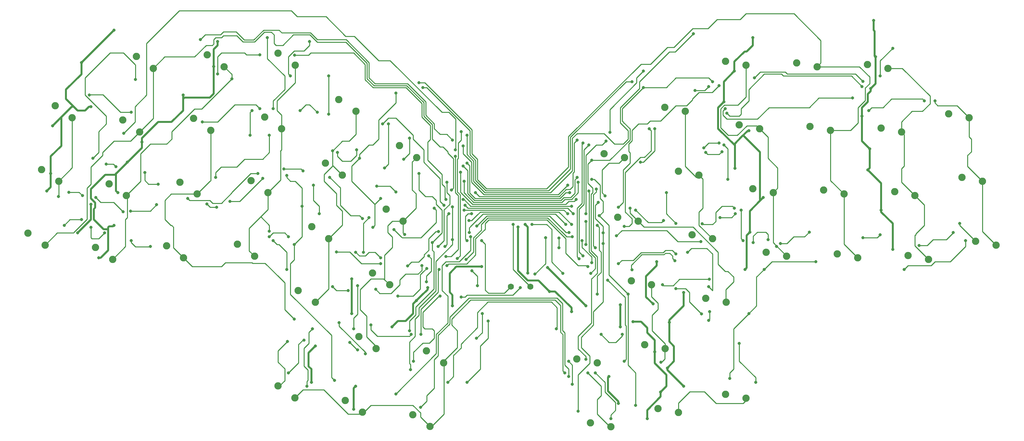
<source format=gtl>
G04 #@! TF.GenerationSoftware,KiCad,Pcbnew,(6.0.9)*
G04 #@! TF.CreationDate,2022-12-10T11:28:17+09:00*
G04 #@! TF.ProjectId,kidoairaku-swallowtail,6b69646f-6169-4726-916b-752d7377616c,rev?*
G04 #@! TF.SameCoordinates,Original*
G04 #@! TF.FileFunction,Copper,L1,Top*
G04 #@! TF.FilePolarity,Positive*
%FSLAX46Y46*%
G04 Gerber Fmt 4.6, Leading zero omitted, Abs format (unit mm)*
G04 Created by KiCad (PCBNEW (6.0.9)) date 2022-12-10 11:28:17*
%MOMM*%
%LPD*%
G01*
G04 APERTURE LIST*
G04 #@! TA.AperFunction,ComponentPad*
%ADD10C,1.600000*%
G04 #@! TD*
G04 #@! TA.AperFunction,ComponentPad*
%ADD11C,1.900000*%
G04 #@! TD*
G04 #@! TA.AperFunction,ViaPad*
%ADD12C,0.800000*%
G04 #@! TD*
G04 #@! TA.AperFunction,Conductor*
%ADD13C,0.500000*%
G04 #@! TD*
G04 #@! TA.AperFunction,Conductor*
%ADD14C,0.254000*%
G04 #@! TD*
G04 APERTURE END LIST*
D10*
G04 #@! TO.P,C1,1*
G04 #@! TO.N,Net-(U1-Pad12)*
X150500000Y-112750000D03*
G04 #@! TO.P,C1,2*
G04 #@! TO.N,Net-(U1-Pad11)*
X145500000Y-112750000D03*
G04 #@! TD*
D11*
G04 #@! TO.P,SW52,1,1*
G04 #@! TO.N,Net-(D52-Pad2)*
X204977346Y-70526178D03*
G04 #@! TO.P,SW52,2,2*
G04 #@! TO.N,Net-(D5-Pad1)*
X210304699Y-71540730D03*
G04 #@! TD*
G04 #@! TO.P,SW76,1,1*
G04 #@! TO.N,Net-(D76-Pad2)*
X44260615Y-69276494D03*
G04 #@! TO.P,SW76,2,2*
G04 #@! TO.N,Net-(D7-Pad1)*
X48714738Y-72370163D03*
G04 #@! TD*
G04 #@! TO.P,SW86,1,1*
G04 #@! TO.N,Net-(D86-Pad2)*
X26653959Y-65534083D03*
G04 #@! TO.P,SW86,2,2*
G04 #@! TO.N,Net-(D8-Pad1)*
X31108082Y-68627752D03*
G04 #@! TD*
G04 #@! TO.P,SW67,1,1*
G04 #@! TO.N,Net-(D67-Pad2)*
X40726117Y-85905003D03*
G04 #@! TO.P,SW67,2,2*
G04 #@! TO.N,Net-(D6-Pad1)*
X45180240Y-88998672D03*
G04 #@! TD*
G04 #@! TO.P,SW24,1,1*
G04 #@! TO.N,Net-(D24-Pad2)*
X180349326Y-127906519D03*
G04 #@! TO.P,SW24,2,2*
G04 #@! TO.N,Net-(D2-Pad1)*
X185676679Y-128921071D03*
G04 #@! TD*
G04 #@! TO.P,SW14,1,1*
G04 #@! TO.N,Net-(D14-Pad2)*
X201399326Y-140856519D03*
G04 #@! TO.P,SW14,2,2*
G04 #@! TO.N,Net-(D1-Pad1)*
X206726679Y-141871071D03*
G04 #@! TD*
G04 #@! TO.P,SW74,1,1*
G04 #@! TO.N,Net-(D74-Pad2)*
X249026906Y-104612629D03*
G04 #@! TO.P,SW74,2,2*
G04 #@! TO.N,Net-(D7-Pad1)*
X254354259Y-105627181D03*
G04 #@! TD*
G04 #@! TO.P,SW17,1,1*
G04 #@! TO.N,Net-(D17-Pad2)*
X102319198Y-142445912D03*
G04 #@! TO.P,SW17,2,2*
G04 #@! TO.N,Net-(D1-Pad1)*
X106773321Y-145539581D03*
G04 #@! TD*
G04 #@! TO.P,SW71,1,1*
G04 #@! TO.N,Net-(D71-Pad2)*
X238423410Y-54727102D03*
G04 #@! TO.P,SW71,2,2*
G04 #@! TO.N,Net-(D7-Pad1)*
X243750763Y-55741654D03*
G04 #@! TD*
G04 #@! TO.P,SW31,1,1*
G04 #@! TO.N,Net-(D31-Pad2)*
X169764032Y-78010998D03*
G04 #@! TO.P,SW31,2,2*
G04 #@! TO.N,Net-(D3-Pad1)*
X175091385Y-79025550D03*
G04 #@! TD*
G04 #@! TO.P,SW21,1,1*
G04 #@! TO.N,Net-(D21-Pad2)*
X162649326Y-131656519D03*
G04 #@! TO.P,SW21,2,2*
G04 #@! TO.N,Net-(D2-Pad1)*
X167976679Y-132671071D03*
G04 #@! TD*
G04 #@! TO.P,SW57,1,1*
G04 #@! TO.N,Net-(D57-Pad2)*
X59216398Y-85490287D03*
G04 #@! TO.P,SW57,2,2*
G04 #@! TO.N,Net-(D5-Pad1)*
X63670521Y-88583956D03*
G04 #@! TD*
G04 #@! TO.P,SW72,1,1*
G04 #@! TO.N,Net-(D72-Pad2)*
X241957909Y-71355611D03*
G04 #@! TO.P,SW72,2,2*
G04 #@! TO.N,Net-(D7-Pad1)*
X247285262Y-72370163D03*
G04 #@! TD*
G04 #@! TO.P,SW45,1,1*
G04 #@! TO.N,Net-(D45-Pad2)*
X84775677Y-51818551D03*
G04 #@! TO.P,SW45,2,2*
G04 #@! TO.N,Net-(D4-Pad1)*
X89229800Y-54912220D03*
G04 #@! TD*
G04 #@! TO.P,SW46,1,1*
G04 #@! TO.N,Net-(D46-Pad2)*
X81241178Y-68447061D03*
G04 #@! TO.P,SW46,2,2*
G04 #@! TO.N,Net-(D4-Pad1)*
X85695301Y-71540730D03*
G04 #@! TD*
G04 #@! TO.P,SW23,1,1*
G04 #@! TO.N,Net-(D23-Pad2)*
X176833029Y-111268017D03*
G04 #@! TO.P,SW23,2,2*
G04 #@! TO.N,Net-(D2-Pad1)*
X182160382Y-112282569D03*
G04 #@! TD*
G04 #@! TO.P,SW51,1,1*
G04 #@! TO.N,Net-(D51-Pad2)*
X201442847Y-53897668D03*
G04 #@! TO.P,SW51,2,2*
G04 #@! TO.N,Net-(D5-Pad1)*
X206770200Y-54912220D03*
G04 #@! TD*
G04 #@! TO.P,SW15,1,1*
G04 #@! TO.N,Net-(D15-Pad2)*
X123457655Y-129559812D03*
G04 #@! TO.P,SW15,2,2*
G04 #@! TO.N,Net-(D1-Pad1)*
X127911778Y-132653481D03*
G04 #@! TD*
G04 #@! TO.P,SW53,1,1*
G04 #@! TO.N,Net-(D53-Pad2)*
X208511845Y-87154687D03*
G04 #@! TO.P,SW53,2,2*
G04 #@! TO.N,Net-(D5-Pad1)*
X213839198Y-88169239D03*
G04 #@! TD*
G04 #@! TO.P,SW43,1,1*
G04 #@! TO.N,Net-(D43-Pad2)*
X192672437Y-99211352D03*
G04 #@! TO.P,SW43,2,2*
G04 #@! TO.N,Net-(D4-Pad1)*
X197999790Y-100225904D03*
G04 #@! TD*
G04 #@! TO.P,SW36,1,1*
G04 #@! TO.N,Net-(D36-Pad2)*
X97080586Y-80503726D03*
G04 #@! TO.P,SW36,2,2*
G04 #@! TO.N,Net-(D3-Pad1)*
X101534709Y-83597395D03*
G04 #@! TD*
G04 #@! TO.P,SW12,1,1*
G04 #@! TO.N,Net-(D12-Pad2)*
X166199326Y-148356519D03*
G04 #@! TO.P,SW12,2,2*
G04 #@! TO.N,Net-(D1-Pad1)*
X171526679Y-149371071D03*
G04 #@! TD*
G04 #@! TO.P,SW83,1,1*
G04 #@! TO.N,Net-(D83-Pad2)*
X263099065Y-84241710D03*
G04 #@! TO.P,SW83,2,2*
G04 #@! TO.N,Net-(D8-Pad1)*
X268426418Y-85256262D03*
G04 #@! TD*
G04 #@! TO.P,SW87,1,1*
G04 #@! TO.N,Net-(D87-Pad2)*
X23119459Y-82162593D03*
G04 #@! TO.P,SW87,2,2*
G04 #@! TO.N,Net-(D8-Pad1)*
X27573582Y-85256262D03*
G04 #@! TD*
G04 #@! TO.P,SW32,1,1*
G04 #@! TO.N,Net-(D32-Pad2)*
X173298531Y-94639507D03*
G04 #@! TO.P,SW32,2,2*
G04 #@! TO.N,Net-(D3-Pad1)*
X178625884Y-95654059D03*
G04 #@! TD*
G04 #@! TO.P,SW84,1,1*
G04 #@! TO.N,Net-(D84-Pad2)*
X266633563Y-100870219D03*
G04 #@! TO.P,SW84,2,2*
G04 #@! TO.N,Net-(D8-Pad1)*
X271960916Y-101884771D03*
G04 #@! TD*
G04 #@! TO.P,SW34,1,1*
G04 #@! TO.N,Net-(D34-Pad2)*
X196266936Y-115839860D03*
G04 #@! TO.P,SW34,2,2*
G04 #@! TO.N,Net-(D3-Pad1)*
X201594289Y-116854412D03*
G04 #@! TD*
G04 #@! TO.P,SW75,1,1*
G04 #@! TO.N,Net-(D75-Pad2)*
X47795114Y-52647985D03*
G04 #@! TO.P,SW75,2,2*
G04 #@! TO.N,Net-(D7-Pad1)*
X52249237Y-55741654D03*
G04 #@! TD*
G04 #@! TO.P,SW37,1,1*
G04 #@! TO.N,Net-(D37-Pad2)*
X93546087Y-97132235D03*
G04 #@! TO.P,SW37,2,2*
G04 #@! TO.N,Net-(D3-Pad1)*
X98000210Y-100225904D03*
G04 #@! TD*
G04 #@! TO.P,SW64,1,1*
G04 #@! TO.N,Net-(D64-Pad2)*
X230536625Y-104197913D03*
G04 #@! TO.P,SW64,2,2*
G04 #@! TO.N,Net-(D6-Pad1)*
X235863978Y-105212465D03*
G04 #@! TD*
G04 #@! TO.P,SW16,1,1*
G04 #@! TO.N,Net-(D16-Pad2)*
X119923156Y-146188322D03*
G04 #@! TO.P,SW16,2,2*
G04 #@! TO.N,Net-(D1-Pad1)*
X124377279Y-149281991D03*
G04 #@! TD*
G04 #@! TO.P,SW62,1,1*
G04 #@! TO.N,Net-(D62-Pad2)*
X223467628Y-70940894D03*
G04 #@! TO.P,SW62,2,2*
G04 #@! TO.N,Net-(D6-Pad1)*
X228794981Y-71955446D03*
G04 #@! TD*
G04 #@! TO.P,SW42,1,1*
G04 #@! TO.N,Net-(D42-Pad2)*
X189137938Y-82582843D03*
G04 #@! TO.P,SW42,2,2*
G04 #@! TO.N,Net-(D4-Pad1)*
X194465291Y-83597395D03*
G04 #@! TD*
G04 #@! TO.P,SW27,1,1*
G04 #@! TO.N,Net-(D27-Pad2)*
X109385495Y-109188900D03*
G04 #@! TO.P,SW27,2,2*
G04 #@! TO.N,Net-(D2-Pad1)*
X113839618Y-112282569D03*
G04 #@! TD*
G04 #@! TO.P,SW38,1,1*
G04 #@! TO.N,Net-(D38-Pad2)*
X90011588Y-113760743D03*
G04 #@! TO.P,SW38,2,2*
G04 #@! TO.N,Net-(D3-Pad1)*
X94465711Y-116854412D03*
G04 #@! TD*
G04 #@! TO.P,SW47,1,1*
G04 #@! TO.N,Net-(D47-Pad2)*
X77706679Y-85075570D03*
G04 #@! TO.P,SW47,2,2*
G04 #@! TO.N,Net-(D4-Pad1)*
X82160802Y-88169239D03*
G04 #@! TD*
G04 #@! TO.P,SW28,1,1*
G04 #@! TO.N,Net-(D28-Pad2)*
X105850998Y-125817402D03*
G04 #@! TO.P,SW28,2,2*
G04 #@! TO.N,Net-(D2-Pad1)*
X110305121Y-128911071D03*
G04 #@! TD*
G04 #@! TO.P,SW58,1,1*
G04 #@! TO.N,Net-(D58-Pad2)*
X55681899Y-102118796D03*
G04 #@! TO.P,SW58,2,2*
G04 #@! TO.N,Net-(D5-Pad1)*
X60136022Y-105212465D03*
G04 #@! TD*
G04 #@! TO.P,SW18,1,1*
G04 #@! TO.N,Net-(D18-Pad2)*
X84712541Y-138703492D03*
G04 #@! TO.P,SW18,2,2*
G04 #@! TO.N,Net-(D1-Pad1)*
X89166664Y-141797161D03*
G04 #@! TD*
G04 #@! TO.P,SW78,1,1*
G04 #@! TO.N,Net-(D78-Pad2)*
X19584961Y-98791102D03*
G04 #@! TO.P,SW78,2,2*
G04 #@! TO.N,Net-(D7-Pad1)*
X24039084Y-101884771D03*
G04 #@! TD*
G04 #@! TO.P,SW48,1,1*
G04 #@! TO.N,Net-(D48-Pad2)*
X74172181Y-101704079D03*
G04 #@! TO.P,SW48,2,2*
G04 #@! TO.N,Net-(D4-Pad1)*
X78626304Y-104797748D03*
G04 #@! TD*
G04 #@! TO.P,SW41,1,1*
G04 #@! TO.N,Net-(D41-Pad2)*
X185603440Y-65954334D03*
G04 #@! TO.P,SW41,2,2*
G04 #@! TO.N,Net-(D4-Pad1)*
X190930793Y-66968886D03*
G04 #@! TD*
G04 #@! TO.P,SW13,1,1*
G04 #@! TO.N,Net-(D13-Pad2)*
X183849326Y-144606519D03*
G04 #@! TO.P,SW13,2,2*
G04 #@! TO.N,Net-(D1-Pad1)*
X189176679Y-145621071D03*
G04 #@! TD*
G04 #@! TO.P,SW26,1,1*
G04 #@! TO.N,Net-(D26-Pad2)*
X112919993Y-92560390D03*
G04 #@! TO.P,SW26,2,2*
G04 #@! TO.N,Net-(D2-Pad1)*
X117374116Y-95654059D03*
G04 #@! TD*
G04 #@! TO.P,SW63,1,1*
G04 #@! TO.N,Net-(D63-Pad2)*
X227002126Y-87569404D03*
G04 #@! TO.P,SW63,2,2*
G04 #@! TO.N,Net-(D6-Pad1)*
X232329479Y-88583956D03*
G04 #@! TD*
G04 #@! TO.P,SW54,1,1*
G04 #@! TO.N,Net-(D54-Pad2)*
X212046343Y-103783196D03*
G04 #@! TO.P,SW54,2,2*
G04 #@! TO.N,Net-(D5-Pad1)*
X217373696Y-104797748D03*
G04 #@! TD*
G04 #@! TO.P,SW68,1,1*
G04 #@! TO.N,Net-(D68-Pad2)*
X37191618Y-102533512D03*
G04 #@! TO.P,SW68,2,2*
G04 #@! TO.N,Net-(D6-Pad1)*
X41645741Y-105627181D03*
G04 #@! TD*
G04 #@! TO.P,SW56,1,1*
G04 #@! TO.N,Net-(D56-Pad2)*
X62750896Y-68861777D03*
G04 #@! TO.P,SW56,2,2*
G04 #@! TO.N,Net-(D5-Pad1)*
X67205019Y-71955446D03*
G04 #@! TD*
G04 #@! TO.P,SW65,1,1*
G04 #@! TO.N,Net-(D65-Pad2)*
X66285396Y-52233268D03*
G04 #@! TO.P,SW65,2,2*
G04 #@! TO.N,Net-(D6-Pad1)*
X70739519Y-55326937D03*
G04 #@! TD*
G04 #@! TO.P,SW35,1,1*
G04 #@! TO.N,Net-(D35-Pad2)*
X100615084Y-63875217D03*
G04 #@! TO.P,SW35,2,2*
G04 #@! TO.N,Net-(D3-Pad1)*
X105069207Y-66968886D03*
G04 #@! TD*
G04 #@! TO.P,SW82,1,1*
G04 #@! TO.N,Net-(D82-Pad2)*
X259564565Y-67613200D03*
G04 #@! TO.P,SW82,2,2*
G04 #@! TO.N,Net-(D8-Pad1)*
X264891918Y-68627752D03*
G04 #@! TD*
G04 #@! TO.P,SW61,1,1*
G04 #@! TO.N,Net-(D61-Pad2)*
X219933128Y-54312385D03*
G04 #@! TO.P,SW61,2,2*
G04 #@! TO.N,Net-(D6-Pad1)*
X225260481Y-55326937D03*
G04 #@! TD*
G04 #@! TO.P,SW25,1,1*
G04 #@! TO.N,Net-(D25-Pad2)*
X116454492Y-75931881D03*
G04 #@! TO.P,SW25,2,2*
G04 #@! TO.N,Net-(D2-Pad1)*
X120908615Y-79025550D03*
G04 #@! TD*
G04 #@! TO.P,SW73,1,1*
G04 #@! TO.N,Net-(D73-Pad2)*
X245492407Y-87984120D03*
G04 #@! TO.P,SW73,2,2*
G04 #@! TO.N,Net-(D7-Pad1)*
X250819760Y-88998672D03*
G04 #@! TD*
D12*
G04 #@! TO.N,GND*
X147320000Y-97155000D03*
G04 #@! TO.N,+5V*
X149860000Y-109220000D03*
G04 #@! TO.N,Net-(U1-Pad12)*
X146050000Y-96520000D03*
G04 #@! TO.N,NEOPIXEL*
X147955000Y-113030000D03*
G04 #@! TO.N,+5V*
X149225000Y-96520000D03*
G04 #@! TO.N,GND*
X190500000Y-138750000D03*
X186800000Y-122100000D03*
X190500000Y-114250000D03*
X123750000Y-113000000D03*
X26000000Y-70750000D03*
X155500000Y-114000000D03*
X114500000Y-123250000D03*
X42000000Y-45750000D03*
X173500000Y-143250000D03*
X32500000Y-98750000D03*
X120825001Y-116424999D03*
X242000000Y-92750000D03*
X24500000Y-87750000D03*
X238500000Y-82250000D03*
X161250000Y-119250000D03*
X94500000Y-128250000D03*
X171000000Y-136250000D03*
X36000000Y-91250000D03*
X239000000Y-76750000D03*
X239250000Y-61000000D03*
X186250000Y-134000000D03*
X93500000Y-137750000D03*
X182500000Y-117250000D03*
X245000000Y-103000000D03*
X36000000Y-65750000D03*
X25500000Y-83250000D03*
X237000000Y-68250000D03*
X240500000Y-52750000D03*
X183500000Y-106250000D03*
X240000000Y-43250000D03*
X33500000Y-54250000D03*
G04 #@! TO.N,Net-(D1-Pad1)*
X165500000Y-135250000D03*
X159500000Y-135250000D03*
G04 #@! TO.N,/P1*
X205000000Y-127600000D03*
X165000000Y-131750000D03*
X180000000Y-60750000D03*
X166500000Y-79750000D03*
X209300000Y-137700000D03*
X198000000Y-59250000D03*
G04 #@! TO.N,Net-(D2-Pad1)*
X134600000Y-98600000D03*
X159750000Y-96500000D03*
X184600000Y-132469500D03*
X166500000Y-106500000D03*
X163977000Y-100750000D03*
X117750000Y-99169500D03*
G04 #@! TO.N,Net-(D3-Pad1)*
X162500000Y-90000000D03*
X132369000Y-82869000D03*
X99000000Y-77250000D03*
X176500000Y-92250000D03*
X170027001Y-89027001D03*
G04 #@! TO.N,Net-(D4-Pad1)*
X195000000Y-101000000D03*
X133801897Y-105622397D03*
X105000000Y-103750000D03*
X111500000Y-105250000D03*
X82500000Y-98250000D03*
X161500000Y-99750000D03*
X173000000Y-99500000D03*
G04 #@! TO.N,Net-(D5-Pad1)*
X173500000Y-106750000D03*
X119500000Y-125250000D03*
X214750000Y-102250000D03*
X122000000Y-125250000D03*
X188500000Y-104250000D03*
X109000000Y-122750000D03*
X89000000Y-121250000D03*
X126750000Y-108250000D03*
G04 #@! TO.N,Net-(D6-Pad1)*
X88000000Y-57750000D03*
X72760481Y-58489519D03*
X93000000Y-48750000D03*
X121500000Y-59500000D03*
G04 #@! TO.N,/P2*
X186000000Y-88250000D03*
X169500000Y-98750000D03*
X202000000Y-84750000D03*
X201000000Y-75750000D03*
X168250000Y-90750000D03*
X163000000Y-145250000D03*
X169500000Y-101500000D03*
X188500000Y-96250000D03*
G04 #@! TO.N,/P3*
X205500000Y-92750000D03*
X178000000Y-143750000D03*
X197000000Y-112750000D03*
X168500000Y-94250000D03*
X191500000Y-103750000D03*
X176000000Y-114750000D03*
X166500000Y-84750000D03*
X206000000Y-100750000D03*
G04 #@! TO.N,Net-(D7-Pad1)*
X197000000Y-60500000D03*
X130000000Y-87500000D03*
X162750000Y-74500000D03*
X136250000Y-88250000D03*
X193500000Y-61500000D03*
G04 #@! TO.N,/P4*
X225000000Y-106250000D03*
X207500000Y-119750000D03*
X188500000Y-113250000D03*
X168000000Y-96750000D03*
X195150000Y-119900000D03*
X202500000Y-136750000D03*
X248000000Y-108250000D03*
X211500000Y-108250000D03*
X168000000Y-114750000D03*
X264000000Y-100750000D03*
G04 #@! TO.N,/P5*
X158000000Y-102600000D03*
X158000000Y-100100000D03*
X119000000Y-124250000D03*
X125000000Y-101250000D03*
X83500000Y-66250000D03*
X98000000Y-57750000D03*
X113500000Y-70250000D03*
X112500000Y-81750000D03*
X98000000Y-67750000D03*
X82000000Y-47750000D03*
X121500000Y-83250000D03*
G04 #@! TO.N,/P6*
X135000000Y-99750000D03*
X78000000Y-66750000D03*
X106000000Y-79250000D03*
X115500000Y-62250000D03*
X111500000Y-89750000D03*
X109500000Y-97250000D03*
X115500000Y-140750000D03*
X77500000Y-73250000D03*
G04 #@! TO.N,/P7*
X87000000Y-83750000D03*
X99500000Y-137250000D03*
X107000000Y-103750000D03*
X89000000Y-101750000D03*
X108500000Y-94750000D03*
X47600000Y-58700000D03*
X36500000Y-79250000D03*
X91000000Y-91750000D03*
G04 #@! TO.N,NEOPIXEL_EN*
X159000000Y-109250000D03*
X151000000Y-96500000D03*
G04 #@! TO.N,Net-(D8-Pad1)*
X94000000Y-86250000D03*
X253250000Y-64250000D03*
X134500000Y-95500000D03*
X161250000Y-96500000D03*
X181500000Y-71500000D03*
X238750000Y-66750000D03*
X201301897Y-66301897D03*
X95500000Y-93750000D03*
X27500000Y-89250000D03*
X175000000Y-97000000D03*
X256000000Y-64250000D03*
X234500000Y-63500000D03*
G04 #@! TO.N,Net-(D106-Pad1)*
X193000000Y-46750000D03*
X134000000Y-73250000D03*
G04 #@! TO.N,Net-(D112-Pad1)*
X80000000Y-52250000D03*
X128500000Y-90000000D03*
X165000000Y-93750000D03*
X161750000Y-93750000D03*
X171250000Y-72500000D03*
X69000000Y-57250000D03*
X170250000Y-74750000D03*
X180000000Y-56500000D03*
X89051897Y-52301897D03*
X133500000Y-91500000D03*
G04 #@! TO.N,NEOPIXEL*
X151750000Y-109500000D03*
X132500000Y-115500000D03*
X154500000Y-100000000D03*
G04 #@! TO.N,Net-(D122-Pad1)*
X95000000Y-67250000D03*
X209000000Y-58250000D03*
X237198103Y-59198103D03*
X35551897Y-62698103D03*
X241750000Y-57750000D03*
X245000000Y-50500000D03*
X128000000Y-91500000D03*
X160250000Y-93750000D03*
X112000000Y-70250000D03*
X173500000Y-92000000D03*
X65000000Y-69750000D03*
X199750000Y-60250000D03*
X80000000Y-66250000D03*
X90500000Y-66750000D03*
X46500000Y-67250000D03*
X133250000Y-92750000D03*
G04 #@! TO.N,Net-(D133-Pad1)*
X131500000Y-105421500D03*
X163250000Y-105500000D03*
X132500000Y-72250000D03*
X164250000Y-75250000D03*
G04 #@! TO.N,Net-(D144-Pad1)*
X131000000Y-77000000D03*
X201750000Y-67500000D03*
X237000000Y-60500000D03*
X133000000Y-81250000D03*
X44500000Y-72750000D03*
X162750000Y-84250000D03*
X183000000Y-71500000D03*
X179250000Y-80250000D03*
G04 #@! TO.N,Net-(D151-Pad1)*
X164250000Y-104750000D03*
X165750000Y-75750000D03*
X131000000Y-78750000D03*
X128500000Y-104879396D03*
G04 #@! TO.N,Net-(D158-Pad1)*
X53500000Y-86000000D03*
X50000000Y-83000000D03*
X100250000Y-77750000D03*
X82500000Y-73250000D03*
X117500000Y-79461501D03*
X42501172Y-81403500D03*
X133012000Y-75988000D03*
X199750000Y-75250000D03*
X119000000Y-74000000D03*
X195750000Y-76500000D03*
X160250000Y-86250000D03*
X68500000Y-84250000D03*
X40000000Y-80750000D03*
X105250000Y-77000000D03*
G04 #@! TO.N,Net-(D169-Pad1)*
X126500000Y-102250000D03*
X167438893Y-102561107D03*
X128750000Y-85500000D03*
X167750000Y-87250000D03*
G04 #@! TO.N,Net-(D180-Pad1)*
X196250000Y-77750000D03*
X72250000Y-90500000D03*
X68750000Y-92000000D03*
X133250000Y-85250000D03*
X110500000Y-86500000D03*
X200500000Y-77500000D03*
X80750000Y-84500000D03*
X115500000Y-88000000D03*
X163000000Y-85500000D03*
X66250000Y-91188499D03*
G04 #@! TO.N,Net-(D187-Pad1)*
X129250000Y-93750000D03*
X165000000Y-95750000D03*
X128250000Y-102250000D03*
X165000000Y-101750000D03*
G04 #@! TO.N,Net-(D194-Pad1)*
X37250000Y-89500000D03*
X91250000Y-82500000D03*
X185250000Y-95469500D03*
X53118871Y-91368871D03*
X161250000Y-91750000D03*
X203750000Y-92250000D03*
X195329757Y-96338500D03*
X106750000Y-95003499D03*
X33750000Y-89000000D03*
X86250000Y-82000000D03*
X125500000Y-92250000D03*
X133009603Y-90000000D03*
X61250000Y-89750000D03*
X115000000Y-97838500D03*
X46280500Y-93000000D03*
X44403500Y-93236129D03*
X79500000Y-83250000D03*
X30250000Y-88108500D03*
X98250000Y-84219500D03*
X178000000Y-92750000D03*
G04 #@! TO.N,/NeoPixel/NeoPixel*
X64500000Y-48250000D03*
X165780500Y-87750000D03*
X160750000Y-88250000D03*
X130250000Y-74500000D03*
X134000000Y-80500000D03*
X166250000Y-109250000D03*
G04 #@! TO.N,Net-(D216-Pad1)*
X100000000Y-103688499D03*
X204000000Y-93750000D03*
X126558500Y-98358500D03*
X29000000Y-96750000D03*
X87500000Y-99750000D03*
X36000000Y-97250000D03*
X33500000Y-95250000D03*
X200000000Y-94750000D03*
X136550000Y-96950000D03*
X82500000Y-99750000D03*
X39500000Y-98750000D03*
X111500000Y-106750000D03*
X160600000Y-98600000D03*
X118551897Y-107301897D03*
G04 #@! TO.N,VDD*
X203849999Y-81900001D03*
X68000000Y-55250000D03*
X105000000Y-138750000D03*
X43000000Y-88250000D03*
X208500000Y-47750000D03*
X206500000Y-108250000D03*
X155000000Y-107750000D03*
X201000000Y-64500000D03*
X211250000Y-89500000D03*
X174000000Y-117500000D03*
X207500000Y-72000000D03*
X177300001Y-121900001D03*
X184500000Y-140250000D03*
X181000000Y-147250000D03*
X165000000Y-117750000D03*
X42000000Y-96750000D03*
X45500000Y-80250000D03*
X104000000Y-110750000D03*
X60000000Y-62750000D03*
X207750000Y-98500000D03*
X174000000Y-123250000D03*
X203750000Y-56500000D03*
X130250000Y-117750000D03*
X137800000Y-107500000D03*
X104500000Y-144750000D03*
X38000000Y-105250000D03*
X69000000Y-48750000D03*
X104000000Y-119750000D03*
X49250000Y-75030500D03*
X183000000Y-129750000D03*
G04 #@! TO.N,Net-(U1-Pad11)*
X134000000Y-100750000D03*
X137850000Y-100750000D03*
X135250000Y-93750000D03*
G04 #@! TO.N,Net-(D223-Pad1)*
X123403500Y-111500000D03*
X124000000Y-104750000D03*
G04 #@! TO.N,Net-(D230-Pad1)*
X215750000Y-101500000D03*
X188250000Y-106000000D03*
X241750000Y-99250000D03*
X251844875Y-102014003D03*
X223250000Y-98500000D03*
X103000000Y-113750000D03*
X208653500Y-101250000D03*
X123500000Y-108000000D03*
X260750000Y-98619000D03*
X116000000Y-115196499D03*
X212500000Y-100500000D03*
X99000000Y-112750000D03*
X237250000Y-100000000D03*
X177051774Y-108396635D03*
G04 #@! TO.N,/P8*
X107500000Y-130250000D03*
X51500000Y-102250000D03*
X100700000Y-122200000D03*
X87000000Y-108250000D03*
X46500000Y-100750000D03*
X83500000Y-100750000D03*
X130248921Y-91942499D03*
X130248921Y-100501079D03*
X119300000Y-134400000D03*
G04 #@! TO.N,Net-(D97-Pad1)*
X136750000Y-112500000D03*
X135300000Y-108600000D03*
G04 #@! TO.N,Net-(D18-Pad2)*
X87175000Y-127075000D03*
G04 #@! TO.N,Net-(D117-Pad1)*
X122500000Y-60750000D03*
X177000000Y-59250000D03*
G04 #@! TO.N,Net-(D84-Pad2)*
X262500000Y-96250000D03*
G04 #@! TO.N,Net-(D242-Pad1)*
X136500000Y-126250000D03*
X138000000Y-119750000D03*
G04 #@! TO.N,Net-(D244-Pad1)*
X157272500Y-123750000D03*
X129000000Y-137750000D03*
X169000000Y-125250000D03*
X105500000Y-129250000D03*
X91500000Y-126750000D03*
X174500000Y-125250000D03*
X87500000Y-135250000D03*
X103500000Y-127300000D03*
G04 #@! TO.N,Net-(D250-Pad1)*
X161500000Y-138250000D03*
X139500000Y-121750000D03*
X160500000Y-132250000D03*
X134000000Y-137750000D03*
G04 #@! TO.N,Net-(D256-Pad1)*
X165500000Y-107500000D03*
X170698103Y-111051897D03*
X92250000Y-138750000D03*
X128780500Y-107250500D03*
X197000000Y-121530500D03*
X122250000Y-107250000D03*
X175000000Y-132250000D03*
X110250000Y-113469500D03*
X104500000Y-123750000D03*
X105500000Y-112500000D03*
X93750000Y-123750000D03*
X197250000Y-119250000D03*
G04 #@! TO.N,Net-(D258-Pad1)*
X167500000Y-135250000D03*
X160500000Y-136250000D03*
X121950000Y-144250000D03*
X171500000Y-147250000D03*
G04 #@! TO.N,Net-(D240-Pad1)*
X120100000Y-132200000D03*
X127000000Y-115250000D03*
X185000000Y-112250000D03*
X197174583Y-110853159D03*
G04 #@! TD*
D13*
G04 #@! TO.N,GND*
X147320000Y-101600000D02*
X147320000Y-108585000D01*
X147320000Y-101600000D02*
X147320000Y-97155000D01*
D14*
G04 #@! TO.N,Net-(U1-Pad12)*
X150500000Y-112750000D02*
X146050000Y-108300000D01*
X146050000Y-108300000D02*
X146050000Y-96520000D01*
D13*
G04 #@! TO.N,GND*
X147320000Y-108585000D02*
X149860000Y-111125000D01*
X149860000Y-111125000D02*
X152625000Y-111125000D01*
X152625000Y-111125000D02*
X155500000Y-114000000D01*
G04 #@! TO.N,+5V*
X149860000Y-97155000D02*
X149860000Y-109220000D01*
X149225000Y-96520000D02*
X149860000Y-97155000D01*
D14*
G04 #@! TO.N,NEOPIXEL*
X145985000Y-115000000D02*
X147955000Y-113030000D01*
X134000000Y-115000000D02*
X145480000Y-115000000D01*
X145480000Y-115000000D02*
X145985000Y-115000000D01*
X132500000Y-115500000D02*
X133500000Y-115500000D01*
X133500000Y-115500000D02*
X134000000Y-115000000D01*
D13*
G04 #@! TO.N,GND*
X35500000Y-65750000D02*
X34500000Y-66750000D01*
X36000000Y-95250000D02*
X32500000Y-98750000D01*
X240324083Y-46074083D02*
X240324083Y-52574083D01*
X238500000Y-62500000D02*
X238500000Y-64500000D01*
X31000000Y-65750000D02*
X31500000Y-65750000D01*
X238500000Y-64500000D02*
X237000000Y-66000000D01*
X186750000Y-125450000D02*
X186750000Y-127050000D01*
X42000000Y-45750000D02*
X33500000Y-54250000D01*
X28250000Y-68500000D02*
X26000000Y-70750000D01*
X36000000Y-65750000D02*
X35500000Y-65750000D01*
X190500000Y-138750000D02*
X186250000Y-134500000D01*
X25500000Y-83250000D02*
X25500000Y-86750000D01*
X93500000Y-134300000D02*
X92750000Y-133550000D01*
X242000000Y-85750000D02*
X242000000Y-92750000D01*
X28250000Y-68500000D02*
X28250000Y-76000000D01*
X155500000Y-114000000D02*
X157000000Y-114000000D01*
X186750000Y-125450000D02*
X186750000Y-122150000D01*
X188000000Y-132250000D02*
X186250000Y-134000000D01*
X237000000Y-74750000D02*
X239000000Y-76750000D01*
X33500000Y-57284761D02*
X33500000Y-54250000D01*
X118000000Y-121750000D02*
X120000000Y-119750000D01*
X240000000Y-43250000D02*
X240000000Y-45750000D01*
X157000000Y-114000000D02*
X161250000Y-118250000D01*
X237000000Y-67750000D02*
X237000000Y-66000000D01*
X114500000Y-123250000D02*
X116000000Y-121750000D01*
X183500000Y-107250000D02*
X180706382Y-110043618D01*
X187500000Y-120750000D02*
X190500000Y-117750000D01*
X28250000Y-68500000D02*
X31000000Y-65750000D01*
X238500000Y-62500000D02*
X239250000Y-61750000D01*
X161250000Y-118250000D02*
X161250000Y-119250000D01*
X237000000Y-67750000D02*
X237000000Y-74750000D01*
X240324083Y-52574083D02*
X240500000Y-52750000D01*
X180706382Y-115456382D02*
X182500000Y-117250000D01*
X242000000Y-93250000D02*
X242000000Y-92750000D01*
X186800000Y-121450000D02*
X187500000Y-120750000D01*
X245000000Y-103000000D02*
X245000000Y-96250000D01*
X25500000Y-78750000D02*
X25500000Y-83250000D01*
X183500000Y-106250000D02*
X183500000Y-107250000D01*
X31500000Y-65750000D02*
X32500000Y-66750000D01*
X123750000Y-113000000D02*
X123750000Y-113500000D01*
X240500000Y-59750000D02*
X240500000Y-52750000D01*
X25500000Y-86750000D02*
X24500000Y-87750000D01*
X245000000Y-96250000D02*
X242000000Y-93250000D01*
X240000000Y-45750000D02*
X240324083Y-46074083D01*
X186750000Y-122150000D02*
X186800000Y-122100000D01*
X120000000Y-117250000D02*
X120825001Y-116424999D01*
X239000000Y-81750000D02*
X238500000Y-82250000D01*
X186750000Y-127050000D02*
X188000000Y-128300000D01*
X120825001Y-116424999D02*
X122500000Y-114750000D01*
X120000000Y-119750000D02*
X120000000Y-117250000D01*
X190500000Y-117750000D02*
X190500000Y-114250000D01*
X170750000Y-140000000D02*
X173500000Y-142750000D01*
X28250000Y-76000000D02*
X25500000Y-78750000D01*
X122500000Y-114750000D02*
X123250000Y-114000000D01*
X188000000Y-128300000D02*
X188000000Y-132250000D01*
X238500000Y-82250000D02*
X242000000Y-85750000D01*
X239250000Y-61750000D02*
X239250000Y-61000000D01*
X123750000Y-113500000D02*
X123250000Y-114000000D01*
X92750000Y-130000000D02*
X94500000Y-128250000D01*
X116000000Y-121750000D02*
X118000000Y-121750000D01*
X170750000Y-136500000D02*
X170750000Y-140000000D01*
X31500000Y-65750000D02*
X29500000Y-63750000D01*
X93500000Y-137750000D02*
X93500000Y-134300000D01*
X29500000Y-63750000D02*
X29500000Y-61284761D01*
X239250000Y-61000000D02*
X240500000Y-59750000D01*
X34500000Y-66750000D02*
X32500000Y-66750000D01*
X36000000Y-91250000D02*
X36000000Y-95250000D01*
X186800000Y-122100000D02*
X186800000Y-121450000D01*
X186250000Y-134500000D02*
X186250000Y-134000000D01*
X173500000Y-142750000D02*
X173500000Y-143250000D01*
X29500000Y-61284761D02*
X33500000Y-57284761D01*
X180706382Y-110043618D02*
X180706382Y-115456382D01*
X171000000Y-136250000D02*
X170750000Y-136500000D01*
X239000000Y-76750000D02*
X239000000Y-81750000D01*
X92750000Y-133550000D02*
X92750000Y-130000000D01*
D14*
G04 #@! TO.N,Net-(D1-Pad1)*
X119922999Y-143722999D02*
X121900000Y-145700000D01*
X103028660Y-146028660D02*
X96722999Y-139722999D01*
X121900000Y-145700000D02*
X121900000Y-146804712D01*
X168000000Y-146044392D02*
X168000000Y-142250000D01*
X108972325Y-143722999D02*
X119922999Y-143722999D01*
X134992000Y-116258000D02*
X157008000Y-116258000D01*
X195941076Y-140191076D02*
X192108924Y-140191076D01*
X124273321Y-149771071D02*
X128015731Y-146028661D01*
X169000000Y-141250000D02*
X169000000Y-138750000D01*
X192108924Y-140191076D02*
X189176679Y-143123321D01*
X128015731Y-132164414D02*
X131500000Y-128680146D01*
X158435071Y-124693071D02*
X158443071Y-124693071D01*
X158992000Y-125242000D02*
X158992000Y-134742000D01*
X131500000Y-128680146D02*
X131500000Y-124250000D01*
X169000000Y-138750000D02*
X165500000Y-135250000D01*
X96722999Y-139722999D02*
X91240826Y-139722999D01*
X128015731Y-139265731D02*
X128015731Y-132164414D01*
X205976243Y-143250000D02*
X199000000Y-143250000D01*
X158992000Y-134742000D02*
X159500000Y-135250000D01*
X91240826Y-139722999D02*
X89166664Y-141797161D01*
X206939993Y-142286250D02*
X205976243Y-143250000D01*
X157008000Y-116258000D02*
X158435071Y-117685071D01*
X158443071Y-124693071D02*
X158992000Y-125242000D01*
X121900000Y-146804712D02*
X124377279Y-149281991D01*
X199000000Y-143250000D02*
X195941076Y-140191076D01*
X130016000Y-121234000D02*
X134992000Y-116258000D01*
X130016000Y-122766000D02*
X130016000Y-121234000D01*
X189176679Y-143123321D02*
X189176679Y-145621071D01*
X168000000Y-142250000D02*
X169000000Y-141250000D01*
X103028660Y-146028660D02*
X106666664Y-146028660D01*
X106666664Y-146028660D02*
X108972325Y-143722999D01*
X171726679Y-149771071D02*
X168000000Y-146044392D01*
X128015731Y-146028661D02*
X128015731Y-139265731D01*
X158435071Y-117685071D02*
X158435071Y-124693071D01*
X124273321Y-149249206D02*
X124273321Y-149771071D01*
X131500000Y-124250000D02*
X130016000Y-122766000D01*
G04 #@! TO.N,/P1*
X209300000Y-137700000D02*
X209300000Y-136500000D01*
X186000000Y-60750000D02*
X180000000Y-60750000D01*
X165508000Y-85758000D02*
X166753304Y-87003304D01*
X166492000Y-122258000D02*
X166492000Y-110758000D01*
X174472999Y-69500000D02*
X174472999Y-69277001D01*
X165508000Y-80742000D02*
X165508000Y-85758000D01*
X166500000Y-79750000D02*
X165508000Y-80742000D01*
X163000000Y-125750000D02*
X166492000Y-122258000D01*
X170750000Y-79750000D02*
X171218420Y-79750000D01*
X168000000Y-109250000D02*
X168000000Y-105000000D01*
X174861499Y-69888501D02*
X174736499Y-69763501D01*
X171218420Y-79750000D02*
X176508000Y-74460420D01*
X165000000Y-131000000D02*
X163000000Y-129000000D01*
X163000000Y-129000000D02*
X163000000Y-125750000D01*
X188972999Y-58277001D02*
X188472999Y-58277001D01*
X176508000Y-74460420D02*
X176508000Y-71535002D01*
X174472999Y-69027001D02*
X174472999Y-66277001D01*
X167750000Y-79750000D02*
X170750000Y-79750000D01*
X174472999Y-69277001D02*
X174472999Y-69027001D01*
X197027001Y-58277001D02*
X189527001Y-58277001D01*
X176508000Y-71535002D02*
X174861499Y-69888501D01*
X174472999Y-69500001D02*
X174472999Y-69277001D01*
X166406999Y-103406999D02*
X166406999Y-88593001D01*
X209300000Y-136500000D02*
X205000000Y-132200000D01*
X166500000Y-79750000D02*
X167750000Y-79750000D01*
X198000000Y-59250000D02*
X197027001Y-58277001D01*
X188472999Y-58277001D02*
X186000000Y-60750000D01*
X166492000Y-110758000D02*
X168000000Y-109250000D01*
X205000000Y-132200000D02*
X205000000Y-127600000D01*
X165000000Y-131750000D02*
X165000000Y-131000000D01*
X174472999Y-69500001D02*
X174736499Y-69763501D01*
X166406999Y-88593001D02*
X166753304Y-88246696D01*
X174861499Y-69888501D02*
X174472999Y-69500001D01*
X168000000Y-105000000D02*
X166406999Y-103406999D01*
X189527001Y-58277001D02*
X188972999Y-58277001D01*
X166753304Y-88246696D02*
X166753304Y-87003304D01*
X174472999Y-69027001D02*
X174472999Y-69500001D01*
X174472999Y-66277001D02*
X180000000Y-60750000D01*
X174472999Y-69564706D02*
X174472999Y-69277001D01*
X174736499Y-69763501D02*
X174472999Y-69500000D01*
G04 #@! TO.N,Net-(D2-Pad1)*
X138218000Y-93782000D02*
X155532000Y-93782000D01*
X117374116Y-95654059D02*
X117374116Y-98793616D01*
X184780500Y-132469500D02*
X185000000Y-132250000D01*
X110409075Y-128422005D02*
X107838110Y-125851040D01*
X114595941Y-95654059D02*
X113375000Y-96875000D01*
X106203845Y-113546155D02*
X109000000Y-110750000D01*
X164030500Y-102530500D02*
X164000000Y-102500000D01*
X166500000Y-105000000D02*
X164030500Y-102530500D01*
X182300000Y-120200000D02*
X183825000Y-118675000D01*
X166500000Y-106500000D02*
X166500000Y-105000000D01*
X182160382Y-115410382D02*
X183825000Y-117075000D01*
X164000000Y-102500000D02*
X164000000Y-101750000D01*
X112500000Y-104516297D02*
X114527001Y-102489296D01*
X113839618Y-112282569D02*
X112500000Y-110942951D01*
X182160382Y-112282569D02*
X182160382Y-115410382D01*
X114527001Y-99777001D02*
X113375000Y-98625000D01*
X120908615Y-79025550D02*
X119750000Y-80184165D01*
X182300000Y-124300000D02*
X182300000Y-120200000D01*
X112307049Y-110750000D02*
X113839618Y-112282569D01*
X106203845Y-118796155D02*
X106203845Y-113546155D01*
X117374116Y-95654059D02*
X114595941Y-95654059D01*
X114527001Y-102489296D02*
X114527001Y-99777001D01*
X157032000Y-93782000D02*
X159750000Y-96500000D01*
X117374116Y-98793616D02*
X117750000Y-99169500D01*
X120750000Y-88500000D02*
X120750000Y-92278175D01*
X185676679Y-127676679D02*
X182300000Y-124300000D01*
X134600000Y-97400000D02*
X134600000Y-98600000D01*
X185590925Y-131659075D02*
X185000000Y-132250000D01*
X185676679Y-128921071D02*
X185676679Y-127676679D01*
X135000000Y-97000000D02*
X138218000Y-93782000D01*
X107838110Y-125851040D02*
X107838110Y-120430419D01*
X183825000Y-118675000D02*
X183825000Y-117075000D01*
X119750000Y-87500000D02*
X120750000Y-88500000D01*
X119750000Y-80184165D02*
X119750000Y-87500000D01*
X112500000Y-110942951D02*
X112500000Y-104516297D01*
X185590925Y-128422005D02*
X185590925Y-131659075D01*
X109000000Y-110750000D02*
X112307049Y-110750000D01*
X113375000Y-96875000D02*
X113375000Y-98625000D01*
X120750000Y-92278175D02*
X117374116Y-95654059D01*
X184600000Y-132469500D02*
X184780500Y-132469500D01*
X135000000Y-97000000D02*
X134600000Y-97400000D01*
X155532000Y-93782000D02*
X157032000Y-93782000D01*
X164000000Y-101750000D02*
X164000000Y-101000000D01*
X107838110Y-120430419D02*
X106203845Y-118796155D01*
G04 #@! TO.N,Net-(D3-Pad1)*
X180191991Y-97220166D02*
X178625884Y-95654059D01*
X201534289Y-113497291D02*
X203500000Y-111531580D01*
X135492000Y-91242000D02*
X159758000Y-91242000D01*
X101534709Y-96691405D02*
X101534709Y-93034709D01*
X100000000Y-91500000D02*
X101534709Y-93034709D01*
X201313466Y-108758000D02*
X199500000Y-106944534D01*
X98963744Y-77713744D02*
X98963744Y-77347966D01*
X203500000Y-111531580D02*
X203500000Y-110250000D01*
X99093657Y-81156343D02*
X96750000Y-83500000D01*
X132369000Y-82869000D02*
X132369000Y-88103000D01*
X98000210Y-113319913D02*
X98000210Y-100225904D01*
X99093657Y-81156343D02*
X98963744Y-81026430D01*
X101534709Y-74777001D02*
X103277001Y-74777001D01*
X171000000Y-80500000D02*
X169250000Y-82250000D01*
X105069207Y-72984795D02*
X105069207Y-66968886D01*
X96750000Y-83500000D02*
X96750000Y-85250000D01*
X199500000Y-106944534D02*
X199500000Y-103750000D01*
X199500000Y-103750000D02*
X192970166Y-97220166D01*
X98963744Y-77713744D02*
X99000000Y-77677488D01*
X100000000Y-88500000D02*
X100000000Y-91500000D01*
X98963744Y-81026430D02*
X98963744Y-77713744D01*
X96750000Y-85250000D02*
X100000000Y-88500000D01*
X201534289Y-116854412D02*
X201534289Y-113497291D01*
X176500000Y-93528175D02*
X176500000Y-92250000D01*
X192970166Y-97220166D02*
X180191991Y-97220166D01*
X103277001Y-74777001D02*
X105069207Y-72984795D01*
X159758000Y-91242000D02*
X160500000Y-90500000D01*
X99000000Y-77677488D02*
X99000000Y-77250000D01*
X135492000Y-91226000D02*
X135492000Y-91242000D01*
X169250000Y-88250000D02*
X170027001Y-89027001D01*
X98000210Y-100225904D02*
X101534709Y-96691405D01*
X99093657Y-81156343D02*
X101534709Y-83597395D01*
X173616935Y-80500000D02*
X171000000Y-80500000D01*
X94465711Y-116854412D02*
X98000210Y-113319913D01*
X160500000Y-90500000D02*
X162000000Y-90500000D01*
X178625884Y-95654059D02*
X176500000Y-93528175D01*
X202008000Y-108758000D02*
X201313466Y-108758000D01*
X175091385Y-79025550D02*
X173616935Y-80500000D01*
X203500000Y-110250000D02*
X202008000Y-108758000D01*
X162000000Y-90500000D02*
X162500000Y-90000000D01*
X98963744Y-77347966D02*
X101534709Y-74777001D01*
X132369000Y-88103000D02*
X135492000Y-91226000D01*
X169250000Y-82250000D02*
X169250000Y-88250000D01*
G04 #@! TO.N,Net-(D4-Pad1)*
X105000000Y-103750000D02*
X106000000Y-104750000D01*
X186100000Y-98100000D02*
X189000000Y-101000000D01*
X159675000Y-99425000D02*
X159500000Y-99250000D01*
X89229800Y-59520200D02*
X89229800Y-54912220D01*
X135750000Y-103674294D02*
X133801897Y-105622397D01*
X195500000Y-92277001D02*
X195500000Y-84632104D01*
X84500000Y-66750000D02*
X84500000Y-64250000D01*
X107500000Y-104750000D02*
X108472999Y-103777001D01*
X84500000Y-64250000D02*
X89229800Y-59520200D01*
X176900000Y-98100000D02*
X186100000Y-98100000D01*
X135750000Y-100000000D02*
X135750000Y-103674294D01*
X85695301Y-71540730D02*
X85695301Y-67945301D01*
X85464482Y-77464482D02*
X85375000Y-77375000D01*
X110027001Y-103777001D02*
X111500000Y-105250000D01*
X82500000Y-96750000D02*
X82500000Y-98250000D01*
X176900000Y-98100000D02*
X174400000Y-98100000D01*
X137750000Y-98000000D02*
X135750000Y-100000000D01*
X139452000Y-94798000D02*
X137750000Y-96500000D01*
X82160802Y-92589198D02*
X82160802Y-88169239D01*
X80250000Y-94500000D02*
X82160802Y-92589198D01*
X159000000Y-98750000D02*
X155048000Y-94798000D01*
X77250000Y-103421444D02*
X77250000Y-97500000D01*
X159500000Y-99250000D02*
X160000000Y-99750000D01*
X190930793Y-66968886D02*
X190930793Y-81368107D01*
X197999790Y-100225904D02*
X194500000Y-96726114D01*
X190930793Y-81368107D02*
X193812686Y-84250000D01*
X85695301Y-67945301D02*
X84500000Y-66750000D01*
X155048000Y-94798000D02*
X139452000Y-94798000D01*
X137750000Y-96500000D02*
X137750000Y-98000000D01*
X193812686Y-84250000D02*
X194465291Y-83597395D01*
X106000000Y-104750000D02*
X107500000Y-104750000D01*
X189000000Y-101000000D02*
X195000000Y-101000000D01*
X78626304Y-104797748D02*
X77250000Y-103421444D01*
X77250000Y-97500000D02*
X80250000Y-94500000D01*
X173000000Y-99500000D02*
X174250000Y-98250000D01*
X82160802Y-88169239D02*
X85464482Y-84865559D01*
X174400000Y-98100000D02*
X174250000Y-98250000D01*
X160000000Y-99750000D02*
X161500000Y-99750000D01*
X195500000Y-84632104D02*
X194465291Y-83597395D01*
X85695301Y-77054699D02*
X85375000Y-77375000D01*
X159675000Y-99425000D02*
X159850000Y-99600000D01*
X194500000Y-93277001D02*
X195500000Y-92277001D01*
X85464482Y-84865559D02*
X85464482Y-77464482D01*
X108472999Y-103777001D02*
X110027001Y-103777001D01*
X194500000Y-96726114D02*
X194500000Y-93277001D01*
X85695301Y-71540730D02*
X85695301Y-77054699D01*
X80250000Y-94500000D02*
X82500000Y-96750000D01*
X159500000Y-99250000D02*
X159000000Y-98750000D01*
G04 #@! TO.N,Net-(D5-Pad1)*
X109000000Y-124057780D02*
X109000000Y-122750000D01*
X217373696Y-104797748D02*
X213839198Y-101263250D01*
X86500000Y-118750000D02*
X86500000Y-111750000D01*
X110642220Y-125700000D02*
X109000000Y-124057780D01*
X185125000Y-103875000D02*
X179375000Y-103875000D01*
X62423557Y-107500000D02*
X70000000Y-107500000D01*
X177375000Y-105875000D02*
X174375000Y-105875000D01*
X122008000Y-118714999D02*
X122008000Y-125242000D01*
X57500000Y-102576443D02*
X57500000Y-97250000D01*
X206770200Y-63270200D02*
X206770200Y-54912220D01*
X210304699Y-71540730D02*
X212500000Y-73736031D01*
X188500000Y-104250000D02*
X187500000Y-103250000D01*
X185750000Y-103250000D02*
X185125000Y-103875000D01*
X56777001Y-96777001D02*
X55250000Y-95250000D01*
X55250000Y-95250000D02*
X55250000Y-90250000D01*
X204500000Y-73250000D02*
X202142368Y-73250000D01*
X179375000Y-103875000D02*
X177375000Y-105875000D01*
X55250000Y-90250000D02*
X56916044Y-88583956D01*
X204665400Y-65375000D02*
X206770200Y-63270200D01*
X84972999Y-110250000D02*
X81351004Y-106628005D01*
X67205019Y-85049458D02*
X67205019Y-71955446D01*
X126486500Y-114236500D02*
X122008000Y-118714999D01*
X122008000Y-125242000D02*
X122000000Y-125250000D01*
X174375000Y-105875000D02*
X173500000Y-106750000D01*
X85000000Y-110250000D02*
X86500000Y-111750000D01*
X63670521Y-88583956D02*
X67002239Y-85252239D01*
X201125000Y-65375000D02*
X204665400Y-65375000D01*
X119500000Y-125250000D02*
X119050000Y-125700000D01*
X215000000Y-87008437D02*
X213839198Y-88169239D01*
X200131000Y-71238632D02*
X200131000Y-66369000D01*
X84972999Y-110250000D02*
X85000000Y-110250000D01*
X89000000Y-121250000D02*
X86500000Y-118750000D01*
X60136022Y-105212465D02*
X62423557Y-107500000D01*
X207000000Y-70750000D02*
X204500000Y-73250000D01*
X119050000Y-125700000D02*
X110642220Y-125700000D01*
X213839198Y-100410802D02*
X213839198Y-88169239D01*
X209513969Y-70750000D02*
X207000000Y-70750000D01*
X57500000Y-97250000D02*
X57027001Y-96777001D01*
X126486500Y-108513500D02*
X126750000Y-108250000D01*
X212500000Y-79250000D02*
X215000000Y-81750000D01*
X56916044Y-88583956D02*
X63670521Y-88583956D01*
X81351004Y-106628005D02*
X78121995Y-106628005D01*
X215000000Y-81750000D02*
X215000000Y-87008437D01*
X200131000Y-66369000D02*
X201125000Y-65375000D01*
X71000000Y-106500000D02*
X77993990Y-106500000D01*
X77993990Y-106500000D02*
X78121995Y-106628005D01*
X67002239Y-85252239D02*
X67205019Y-85049458D01*
X202142368Y-73250000D02*
X200131000Y-71238632D01*
X210304699Y-71540730D02*
X209513969Y-70750000D01*
X70000000Y-107500000D02*
X71000000Y-106500000D01*
X213839198Y-101263250D02*
X213839198Y-100410802D01*
X187500000Y-103250000D02*
X185750000Y-103250000D01*
X212500000Y-73736031D02*
X212500000Y-79250000D01*
X57027001Y-96777001D02*
X56777001Y-96777001D01*
X60136022Y-105212465D02*
X57500000Y-102576443D01*
X126486500Y-114236500D02*
X126486500Y-108513500D01*
G04 #@! TO.N,Net-(D6-Pad1)*
X236326937Y-55326937D02*
X239000000Y-58000000D01*
X232329479Y-101677966D02*
X232329479Y-88583956D01*
X88000000Y-57750000D02*
X87500000Y-57250000D01*
X205250000Y-43000000D02*
X199250000Y-43000000D01*
X87500000Y-52750000D02*
X89000000Y-51250000D01*
X45500000Y-94750000D02*
X45500000Y-89318432D01*
X181859210Y-54640790D02*
X179390790Y-54640790D01*
X57027001Y-72316434D02*
X62975573Y-66367862D01*
X239000000Y-58000000D02*
X239000000Y-59750000D01*
X51500000Y-75500000D02*
X55750000Y-75500000D01*
X236000000Y-66000000D02*
X236000000Y-70000000D01*
X192875000Y-45375000D02*
X188000000Y-50250000D01*
X188000000Y-50250000D02*
X186250000Y-50250000D01*
X89000000Y-51250000D02*
X91500000Y-51250000D01*
X237869000Y-60881000D02*
X237869000Y-64131000D01*
X55750000Y-75500000D02*
X57027001Y-74222999D01*
X225260481Y-55326937D02*
X226250000Y-54337418D01*
X91500000Y-51250000D02*
X93000000Y-49750000D01*
X135289000Y-71789000D02*
X123000000Y-59500000D01*
X234044554Y-71955446D02*
X228794981Y-71955446D01*
X239000000Y-59750000D02*
X237869000Y-60881000D01*
X226250000Y-54337418D02*
X226250000Y-48500000D01*
X62975573Y-66367862D02*
X64882138Y-66367862D01*
X72760481Y-57347899D02*
X70739519Y-55326937D01*
X123000000Y-59500000D02*
X121500000Y-59500000D01*
X57027001Y-74222999D02*
X57027001Y-72316434D01*
X226250000Y-48500000D02*
X219250000Y-41500000D01*
X93000000Y-49750000D02*
X93000000Y-48750000D01*
X64882138Y-66367862D02*
X72760481Y-58489519D01*
X45500000Y-94750000D02*
X45000000Y-95250000D01*
X199250000Y-43000000D02*
X196875000Y-45375000D01*
X48964456Y-85214456D02*
X48964456Y-78035544D01*
X45000000Y-95250000D02*
X45000000Y-102272922D01*
X136774000Y-84805580D02*
X136774000Y-79524000D01*
X136774000Y-79524000D02*
X135289000Y-78039000D01*
X228794981Y-71955446D02*
X228794981Y-85049458D01*
X135289000Y-78039000D02*
X135289000Y-71789000D01*
X186250000Y-50250000D02*
X181859210Y-54640790D01*
X179390790Y-54640790D02*
X160484002Y-73547578D01*
X235863978Y-105212465D02*
X232329479Y-101677966D01*
X206750000Y-41500000D02*
X205250000Y-43000000D01*
X45500000Y-89318432D02*
X45180240Y-88998672D01*
X225260481Y-55326937D02*
X236326937Y-55326937D01*
X236000000Y-70000000D02*
X234044554Y-71955446D01*
X237869000Y-64131000D02*
X236000000Y-66000000D01*
X160484000Y-81484000D02*
X154790000Y-87178000D01*
X154790000Y-87178000D02*
X139146420Y-87178000D01*
X219250000Y-41500000D02*
X206750000Y-41500000D01*
X160484002Y-73547578D02*
X160484000Y-81484000D01*
X48964456Y-78035544D02*
X51500000Y-75500000D01*
X45180240Y-88998672D02*
X48964456Y-85214456D01*
X45000000Y-102272922D02*
X41645741Y-105627181D01*
X228794981Y-85049458D02*
X232329479Y-88583956D01*
X72760481Y-58489519D02*
X72760481Y-57347899D01*
X196875000Y-45375000D02*
X192875000Y-45375000D01*
X87500000Y-57250000D02*
X87500000Y-52750000D01*
X139146420Y-87178000D02*
X136774000Y-84805580D01*
G04 #@! TO.N,/P2*
X186000000Y-88250000D02*
X186000000Y-93750000D01*
X168250000Y-90750000D02*
X167508000Y-91492000D01*
X166000000Y-132750000D02*
X163000000Y-135750000D01*
X169500000Y-101500000D02*
X169500000Y-98750000D01*
X202000000Y-76750000D02*
X202000000Y-84750000D01*
X163800000Y-128700000D02*
X166000000Y-130900000D01*
X169500000Y-101500000D02*
X169500000Y-116750000D01*
X169500000Y-116750000D02*
X167000000Y-119250000D01*
X163800000Y-125950000D02*
X163800000Y-128700000D01*
X201000000Y-75750000D02*
X202000000Y-76750000D01*
X167000000Y-122750000D02*
X163800000Y-125950000D01*
X169500000Y-96984000D02*
X169500000Y-98750000D01*
X166000000Y-130900000D02*
X166000000Y-132750000D01*
X186000000Y-93750000D02*
X188500000Y-96250000D01*
X167508000Y-94992000D02*
X169500000Y-96984000D01*
X163000000Y-135750000D02*
X163000000Y-145250000D01*
X167000000Y-119250000D02*
X167000000Y-122750000D01*
X167508000Y-91492000D02*
X167508000Y-94992000D01*
G04 #@! TO.N,/P3*
X171000000Y-109750000D02*
X176000000Y-114750000D01*
X171000000Y-96750000D02*
X171000000Y-109750000D01*
X196500000Y-102750000D02*
X192500000Y-102750000D01*
X168742000Y-89742000D02*
X169500000Y-90500000D01*
X176500000Y-133750000D02*
X176000000Y-133250000D01*
X166500000Y-84750000D02*
X167250000Y-84750000D01*
X167250000Y-84750000D02*
X168742000Y-86242000D01*
X169500000Y-93250000D02*
X168500000Y-94250000D01*
X178000000Y-143750000D02*
X178000000Y-135250000D01*
X198000000Y-104250000D02*
X196500000Y-102750000D01*
X169500000Y-90500000D02*
X169500000Y-93250000D01*
X198000000Y-113750000D02*
X197000000Y-112750000D01*
X198000000Y-113750000D02*
X198000000Y-104250000D01*
X176000000Y-133250000D02*
X176000000Y-114750000D01*
X192500000Y-102750000D02*
X191500000Y-103750000D01*
X205500000Y-92750000D02*
X205500000Y-100250000D01*
X168742000Y-86242000D02*
X168742000Y-89742000D01*
X205500000Y-100250000D02*
X206000000Y-100750000D01*
X168500000Y-94250000D02*
X171000000Y-96750000D01*
X178000000Y-135250000D02*
X176500000Y-133750000D01*
G04 #@! TO.N,Net-(D7-Pad1)*
X129000000Y-77854501D02*
X129000000Y-77500000D01*
X83749666Y-49250000D02*
X83749666Y-47015666D01*
X252750000Y-67000000D02*
X254750000Y-65000000D01*
X253250000Y-91428912D02*
X250819760Y-88998672D01*
X247285262Y-85464174D02*
X247285262Y-81964738D01*
X124964999Y-70433419D02*
X122742000Y-68210420D01*
X127750000Y-76250000D02*
X127000000Y-76250000D01*
X88742000Y-47008000D02*
X86000000Y-49750000D01*
X102489242Y-48957662D02*
X94989242Y-48957662D01*
X247285262Y-72370163D02*
X248000000Y-73084901D01*
X251050579Y-98949421D02*
X253250000Y-96750000D01*
X129000000Y-77500000D02*
X127750000Y-76250000D01*
X52249237Y-68835664D02*
X52249237Y-55741654D01*
X253250000Y-96750000D02*
X253250000Y-91428912D01*
X68000000Y-49370353D02*
X67620353Y-49750000D01*
X136250000Y-88250000D02*
X137210000Y-89210000D01*
X247285262Y-69714738D02*
X250000000Y-67000000D01*
X251050579Y-99199421D02*
X251050579Y-98949421D01*
X250930240Y-99319760D02*
X251050579Y-99199421D01*
X250000000Y-67000000D02*
X252750000Y-67000000D01*
X68000000Y-48250000D02*
X68000000Y-49370353D01*
X196000000Y-61500000D02*
X193500000Y-61500000D01*
X118316581Y-60285001D02*
X109816580Y-60285000D01*
X74000000Y-47250000D02*
X70500000Y-47250000D01*
X250819760Y-99319760D02*
X250930240Y-99319760D01*
X63000000Y-52750000D02*
X55240891Y-52750000D01*
X159875000Y-87375000D02*
X160875000Y-87375000D01*
X83749666Y-47015666D02*
X82992000Y-46258000D01*
X31500000Y-98750000D02*
X31500000Y-98645499D01*
X55240891Y-52750000D02*
X52249237Y-55741654D01*
X130492000Y-79346501D02*
X129000000Y-77854501D01*
X68492000Y-47758000D02*
X68000000Y-48250000D01*
X161617000Y-86633000D02*
X161617000Y-83149000D01*
X107992000Y-54460420D02*
X102489242Y-48957662D01*
X70500000Y-47250000D02*
X70000000Y-47750000D01*
X162008000Y-75242000D02*
X162750000Y-74500000D01*
X78624356Y-48844064D02*
X75594064Y-48844064D01*
X158040000Y-89210000D02*
X159875000Y-87375000D01*
X248000000Y-81250000D02*
X247285262Y-81964738D01*
X130492000Y-87008000D02*
X130000000Y-87500000D01*
X36000000Y-81500000D02*
X39000000Y-78500000D01*
X122742000Y-68210420D02*
X122742000Y-64710420D01*
X24039084Y-101884771D02*
X27173854Y-98750000D01*
X36000000Y-86000000D02*
X36000000Y-81500000D01*
X197000000Y-60500000D02*
X196000000Y-61500000D01*
X94989242Y-48957662D02*
X93039580Y-47008000D01*
X130492000Y-86508000D02*
X130492000Y-87008000D01*
X137210000Y-89210000D02*
X158040000Y-89210000D01*
X250819760Y-88998672D02*
X247285262Y-85464174D01*
X254750000Y-63000000D02*
X247491654Y-55741654D01*
X70000000Y-47758000D02*
X68492000Y-47758000D01*
X248000000Y-73084901D02*
X248000000Y-81250000D01*
X82992000Y-46258000D02*
X81210420Y-46258000D01*
X39000000Y-77750000D02*
X42000000Y-74750000D01*
X109816580Y-60285000D02*
X107992000Y-58460420D01*
X130492000Y-86008000D02*
X130492000Y-86508000D01*
X84249666Y-49750000D02*
X83749666Y-49250000D01*
X70000000Y-47750000D02*
X70000000Y-47758000D01*
X46334902Y-74750000D02*
X48714738Y-72370163D01*
X254354259Y-105627181D02*
X250819760Y-102092682D01*
X247285262Y-72370163D02*
X247285262Y-69714738D01*
X107992000Y-58460420D02*
X107992000Y-54460420D01*
X162008000Y-82758000D02*
X162008000Y-75242000D01*
X81210420Y-46258000D02*
X78624356Y-48844064D01*
X39000000Y-78500000D02*
X39000000Y-77750000D01*
X35000000Y-95145499D02*
X35000000Y-87000000D01*
X93039580Y-47008000D02*
X88742000Y-47008000D01*
X250819760Y-102092682D02*
X250819760Y-99319760D01*
X127000000Y-76250000D02*
X124964999Y-74214999D01*
X160875000Y-87375000D02*
X161617000Y-86633000D01*
X254750000Y-65000000D02*
X254750000Y-63000000D01*
X75594064Y-48844064D02*
X74000000Y-47250000D01*
X86000000Y-49750000D02*
X84249666Y-49750000D01*
X66000000Y-49750000D02*
X63000000Y-52750000D01*
X161617000Y-83149000D02*
X162008000Y-82758000D01*
X35000000Y-87000000D02*
X36000000Y-86000000D01*
X67620353Y-49750000D02*
X66000000Y-49750000D01*
X48714738Y-72370163D02*
X52249237Y-68835664D01*
X27173854Y-98750000D02*
X31500000Y-98750000D01*
X247491654Y-55741654D02*
X243750763Y-55741654D01*
X122742000Y-64710420D02*
X118316581Y-60285001D01*
X130492000Y-86008000D02*
X130492000Y-79346501D01*
X42000000Y-74750000D02*
X46334902Y-74750000D01*
X124964999Y-74214999D02*
X124964999Y-70433419D01*
X31500000Y-98645499D02*
X35000000Y-95145499D01*
G04 #@! TO.N,/P4*
X213500000Y-106250000D02*
X211500000Y-108250000D01*
X192000000Y-116750000D02*
X192000000Y-114250000D01*
X191000000Y-113250000D02*
X188500000Y-113250000D01*
X168000000Y-110000000D02*
X168992000Y-109008000D01*
X168992000Y-103742000D02*
X168500000Y-103250000D01*
X203500000Y-123750000D02*
X207500000Y-119750000D01*
X264000000Y-100750000D02*
X264000000Y-102250000D01*
X168500000Y-102000000D02*
X168500000Y-97250000D01*
X225000000Y-106250000D02*
X213500000Y-106250000D01*
X192000000Y-114250000D02*
X191000000Y-113250000D01*
X209500000Y-117750000D02*
X209500000Y-117250000D01*
X209500000Y-110250000D02*
X209500000Y-117250000D01*
X207500000Y-119750000D02*
X209500000Y-117750000D01*
X256000000Y-106250000D02*
X255000000Y-107250000D01*
X195150000Y-119900000D02*
X192000000Y-116750000D01*
X168500000Y-97250000D02*
X168000000Y-96750000D01*
X264000000Y-102250000D02*
X260000000Y-106250000D01*
X203500000Y-134300000D02*
X203500000Y-123750000D01*
X202500000Y-135300000D02*
X203500000Y-134300000D01*
X260000000Y-106250000D02*
X256500000Y-106250000D01*
X255000000Y-107250000D02*
X249000000Y-107250000D01*
X211500000Y-108250000D02*
X209500000Y-110250000D01*
X256500000Y-106250000D02*
X256000000Y-106250000D01*
X249000000Y-107250000D02*
X248000000Y-108250000D01*
X168500000Y-103250000D02*
X168500000Y-102000000D01*
X168000000Y-114750000D02*
X168000000Y-110000000D01*
X202500000Y-136750000D02*
X202500000Y-135300000D01*
X168992000Y-109008000D02*
X168992000Y-103742000D01*
G04 #@! TO.N,/P5*
X83500000Y-64250000D02*
X83500000Y-66250000D01*
X158000000Y-102600000D02*
X158000000Y-100100000D01*
X121472999Y-83277001D02*
X121500000Y-83250000D01*
X121472999Y-87527001D02*
X121472999Y-83277001D01*
X82000000Y-47750000D02*
X82000000Y-53250000D01*
X119000000Y-121750000D02*
X119000000Y-124250000D01*
X120631000Y-118119000D02*
X120631000Y-120119000D01*
X98000000Y-67750000D02*
X98000000Y-57750000D01*
X126000000Y-91250000D02*
X126000000Y-90250000D01*
X86500000Y-57750000D02*
X86500000Y-61250000D01*
X113500000Y-80750000D02*
X112500000Y-81750000D01*
X124875000Y-113875000D02*
X125367000Y-113383000D01*
X113500000Y-70250000D02*
X113500000Y-80750000D01*
X82000000Y-53250000D02*
X86500000Y-57750000D01*
X127525000Y-92775000D02*
X126000000Y-91250000D01*
X126000000Y-90250000D02*
X125000000Y-89250000D01*
X125000000Y-101250000D02*
X127525000Y-98725000D01*
X124875000Y-113875000D02*
X120631000Y-118119000D01*
X86500000Y-61250000D02*
X83500000Y-64250000D01*
X127525000Y-98725000D02*
X127525000Y-92775000D01*
X125000000Y-103266000D02*
X125367000Y-103633000D01*
X125367000Y-113383000D02*
X125367000Y-103633000D01*
X123195998Y-89250000D02*
X121472999Y-87527001D01*
X125000000Y-101250000D02*
X125000000Y-103266000D01*
X120631000Y-120119000D02*
X119000000Y-121750000D01*
X125000000Y-89250000D02*
X123195998Y-89250000D01*
G04 #@! TO.N,/P6*
X115500000Y-64750000D02*
X115500000Y-62250000D01*
X127531000Y-107219000D02*
X128500000Y-106250000D01*
X110500000Y-74750000D02*
X111000000Y-74250000D01*
X104000000Y-82250000D02*
X104000000Y-81250000D01*
X126008000Y-130242000D02*
X126008000Y-125242000D01*
X106000000Y-78250000D02*
X108472999Y-75777001D01*
X110000000Y-91750000D02*
X110000000Y-96750000D01*
X128500000Y-106250000D02*
X132000000Y-106250000D01*
X104000000Y-81250000D02*
X106000000Y-79250000D01*
X104000000Y-84250000D02*
X104000000Y-82250000D01*
X127531000Y-113781000D02*
X127531000Y-107219000D01*
X104000000Y-84250000D02*
X104000000Y-85250000D01*
X77500000Y-73250000D02*
X77500000Y-67250000D01*
X115500000Y-140750000D02*
X126008000Y-130242000D01*
X110000000Y-96750000D02*
X109500000Y-97250000D01*
X77500000Y-67250000D02*
X78000000Y-66750000D01*
X106000000Y-79250000D02*
X106000000Y-78250000D01*
X111500000Y-89750000D02*
X110000000Y-91250000D01*
X109472999Y-75777001D02*
X110500000Y-74750000D01*
X132000000Y-106250000D02*
X135000000Y-103250000D01*
X135000000Y-103250000D02*
X135000000Y-99750000D01*
X129000000Y-122250000D02*
X129000000Y-115250000D01*
X111000000Y-69250000D02*
X115500000Y-64750000D01*
X110000000Y-91250000D02*
X110000000Y-91750000D01*
X104000000Y-85250000D02*
X110000000Y-91250000D01*
X111000000Y-74250000D02*
X111000000Y-69250000D01*
X129000000Y-115250000D02*
X127531000Y-113781000D01*
X108472999Y-75777001D02*
X109472999Y-75777001D01*
X126008000Y-125242000D02*
X129000000Y-122250000D01*
G04 #@! TO.N,/P7*
X47500000Y-54800000D02*
X47600000Y-54900000D01*
X42000000Y-51750000D02*
X44450000Y-51750000D01*
X98700000Y-125500000D02*
X98700000Y-136450000D01*
X36500000Y-79250000D02*
X38000000Y-77750000D01*
X88000000Y-85250000D02*
X89250000Y-85250000D01*
X87000000Y-84250000D02*
X88000000Y-85250000D01*
X87000000Y-83750000D02*
X87000000Y-84250000D01*
X98700000Y-136450000D02*
X99500000Y-137250000D01*
X107000000Y-96250000D02*
X107000000Y-103750000D01*
X34500000Y-62750000D02*
X34500000Y-58250000D01*
X89000000Y-101750000D02*
X89000000Y-105750000D01*
X40000000Y-70250000D02*
X40000000Y-68250000D01*
X38000000Y-77750000D02*
X38000000Y-72250000D01*
X44450000Y-51750000D02*
X47500000Y-54800000D01*
X89250000Y-85250000D02*
X91000000Y-87000000D01*
X91000000Y-91750000D02*
X91000000Y-99750000D01*
X34500000Y-58250000D02*
X41000000Y-51750000D01*
X88000000Y-106750000D02*
X88000000Y-114800000D01*
X108500000Y-94750000D02*
X107000000Y-96250000D01*
X47600000Y-54900000D02*
X47600000Y-58700000D01*
X88000000Y-114800000D02*
X98700000Y-125500000D01*
X41000000Y-51750000D02*
X42000000Y-51750000D01*
X40000000Y-68250000D02*
X34500000Y-62750000D01*
X91000000Y-99750000D02*
X89000000Y-101750000D01*
X91000000Y-87000000D02*
X91000000Y-91750000D01*
X38000000Y-72250000D02*
X40000000Y-70250000D01*
X89000000Y-105750000D02*
X88000000Y-106750000D01*
G04 #@! TO.N,NEOPIXEL_EN*
X151000000Y-96500000D02*
X154800000Y-96500000D01*
X156100000Y-106350000D02*
X159000000Y-109250000D01*
X156100000Y-97800000D02*
X156100000Y-106350000D01*
X154800000Y-96500000D02*
X156100000Y-97800000D01*
G04 #@! TO.N,Net-(D8-Pad1)*
X245527001Y-63777001D02*
X244722999Y-63777001D01*
X252777001Y-63777001D02*
X245527001Y-63777001D01*
X271960916Y-101884771D02*
X268426418Y-98350273D01*
X176250000Y-97000000D02*
X176500000Y-96750000D01*
X264891918Y-68627752D02*
X261764166Y-65500000D01*
X265500000Y-77500000D02*
X264500000Y-78500000D01*
X31108082Y-81721762D02*
X27573582Y-85256262D01*
X200750000Y-68000000D02*
X201750000Y-69000000D01*
X95500000Y-93750000D02*
X95500000Y-91750000D01*
X225750000Y-63500000D02*
X234500000Y-63500000D01*
X264891918Y-68627752D02*
X264891918Y-73641918D01*
X94000000Y-90250000D02*
X94000000Y-86250000D01*
X201750000Y-69000000D02*
X209750000Y-69000000D01*
X264891918Y-73641918D02*
X265500000Y-74250000D01*
X31108082Y-68627752D02*
X31108082Y-81721762D01*
X27573582Y-89176418D02*
X27500000Y-89250000D01*
X209750000Y-69000000D02*
X212750000Y-66000000D01*
X181500000Y-71500000D02*
X182000000Y-72000000D01*
X223250000Y-66000000D02*
X225750000Y-63500000D01*
X244722999Y-63777001D02*
X242500000Y-66000000D01*
X135250000Y-95500000D02*
X134500000Y-95500000D01*
X175250000Y-93250000D02*
X177000000Y-95000000D01*
X158024000Y-93274000D02*
X161250000Y-96500000D01*
X239500000Y-66000000D02*
X238750000Y-66750000D01*
X200750000Y-66853794D02*
X200750000Y-68000000D01*
X180250000Y-79000000D02*
X179250000Y-79000000D01*
X182000000Y-72000000D02*
X182000000Y-77250000D01*
X256000000Y-64750000D02*
X256000000Y-64250000D01*
X264500000Y-81329844D02*
X268426418Y-85256262D01*
X175250000Y-83000000D02*
X175250000Y-93250000D01*
X201301897Y-66301897D02*
X200750000Y-66853794D01*
X27573582Y-85256262D02*
X27573582Y-89176418D01*
X264500000Y-78500000D02*
X264500000Y-81329844D01*
X177000000Y-96250000D02*
X176500000Y-96750000D01*
X177000000Y-95000000D02*
X177000000Y-96250000D01*
X256750000Y-65500000D02*
X256000000Y-64750000D01*
X212750000Y-66000000D02*
X223250000Y-66000000D01*
X136750000Y-94000000D02*
X137476000Y-93274000D01*
X156274000Y-93274000D02*
X158024000Y-93274000D01*
X136750000Y-94000000D02*
X135250000Y-95500000D01*
X239750000Y-66000000D02*
X239500000Y-66000000D01*
X175000000Y-97000000D02*
X176250000Y-97000000D01*
X253250000Y-64250000D02*
X252777001Y-63777001D01*
X137476000Y-93274000D02*
X156274000Y-93274000D01*
X95500000Y-91750000D02*
X94000000Y-90250000D01*
X242500000Y-66000000D02*
X239750000Y-66000000D01*
X182000000Y-77250000D02*
X180250000Y-79000000D01*
X265500000Y-74250000D02*
X265500000Y-77500000D01*
X179250000Y-79000000D02*
X175250000Y-83000000D01*
X268426418Y-98350273D02*
X268426418Y-85256262D01*
X261764166Y-65500000D02*
X256750000Y-65500000D01*
G04 #@! TO.N,Net-(D106-Pad1)*
X135758000Y-85258000D02*
X135758000Y-80008000D01*
X138694000Y-88194000D02*
X135758000Y-85258000D01*
X173964999Y-69964999D02*
X176000000Y-72000000D01*
X161500000Y-82500000D02*
X155806000Y-88194000D01*
X193000000Y-46750000D02*
X188263501Y-51486499D01*
X179000000Y-59222999D02*
X179000000Y-61031580D01*
X161500001Y-73999999D02*
X161500000Y-82500000D01*
X176000000Y-74250000D02*
X174750000Y-75500000D01*
X134000000Y-78250000D02*
X134000000Y-73250000D01*
X169777001Y-72777001D02*
X162722999Y-72777001D01*
X179000000Y-61031580D02*
X173965000Y-66066580D01*
X176000000Y-72000000D02*
X176000000Y-74250000D01*
X173965000Y-66066580D02*
X173964999Y-69964999D01*
X155806000Y-88194000D02*
X138694000Y-88194000D01*
X172500000Y-75500000D02*
X169777001Y-72777001D01*
X174750000Y-75500000D02*
X172500000Y-75500000D01*
X135758000Y-80008000D02*
X134000000Y-78250000D01*
X188263501Y-51486499D02*
X186736499Y-51486499D01*
X162722999Y-72777001D02*
X161500001Y-73999999D01*
X186736499Y-51486499D02*
X179000000Y-59222999D01*
G04 #@! TO.N,Net-(D112-Pad1)*
X169250000Y-75750000D02*
X170250000Y-74750000D01*
X124456999Y-74293001D02*
X124456999Y-70706999D01*
X171250000Y-66500000D02*
X171250000Y-70250000D01*
X167750000Y-75750000D02*
X169250000Y-75750000D01*
X123750000Y-75000000D02*
X124456999Y-74293001D01*
X118106160Y-60793000D02*
X109543000Y-60793000D01*
X128500000Y-90000000D02*
X128242000Y-89742000D01*
X104500000Y-51750000D02*
X93271631Y-51750000D01*
X165000000Y-78500000D02*
X167750000Y-75750000D01*
X123750000Y-79750000D02*
X123750000Y-75000000D01*
X122234000Y-68484000D02*
X122234000Y-64920840D01*
X128242000Y-86742000D02*
X127508000Y-86008000D01*
X171250000Y-70250000D02*
X171250000Y-71246579D01*
X124456999Y-70706999D02*
X122234000Y-68484000D01*
X171250000Y-71246579D02*
X171250000Y-72500000D01*
X70000000Y-51750000D02*
X76000000Y-51750000D01*
X171500000Y-66250000D02*
X171250000Y-66500000D01*
X109543000Y-60793000D02*
X107484000Y-58734000D01*
X69000000Y-57250000D02*
X69000000Y-52750000D01*
X76000000Y-51750000D02*
X76500000Y-52250000D01*
X178250000Y-58250000D02*
X178250000Y-59500000D01*
X127508000Y-83508000D02*
X123750000Y-79750000D01*
X107484000Y-58734000D02*
X107484000Y-54734000D01*
X160258000Y-92258000D02*
X160750000Y-92750000D01*
X122234000Y-64920840D02*
X118106160Y-60793000D01*
X133500000Y-91500000D02*
X134258000Y-92258000D01*
X128242000Y-89742000D02*
X128242000Y-86742000D01*
X160750000Y-92750000D02*
X161750000Y-93750000D01*
X76500000Y-52250000D02*
X80000000Y-52250000D01*
X92719734Y-52301897D02*
X89051897Y-52301897D01*
X165000000Y-93750000D02*
X165000000Y-78500000D01*
X178250000Y-59500000D02*
X171500000Y-66250000D01*
X93271631Y-51750000D02*
X92719734Y-52301897D01*
X127508000Y-86008000D02*
X127508000Y-83508000D01*
X69000000Y-52750000D02*
X70000000Y-51750000D01*
X107484000Y-54734000D02*
X104500000Y-51750000D01*
X134258000Y-92258000D02*
X160258000Y-92258000D01*
X180000000Y-56500000D02*
X178250000Y-58250000D01*
G04 #@! TO.N,NEOPIXEL*
X151750000Y-109500000D02*
X154500000Y-106750000D01*
X154500000Y-106750000D02*
X154500000Y-100000000D01*
G04 #@! TO.N,Net-(D122-Pad1)*
X177016000Y-71984000D02*
X178750000Y-70250000D01*
X159266000Y-92766000D02*
X160250000Y-93750000D01*
X120000000Y-73250000D02*
X115500000Y-68750000D01*
X237198103Y-59198103D02*
X235250000Y-57250000D01*
X133266000Y-92766000D02*
X133250000Y-92750000D01*
X43695186Y-67250000D02*
X46500000Y-67250000D01*
X177015999Y-74670841D02*
X177016000Y-71984000D01*
X35551897Y-62698103D02*
X35576806Y-62673194D01*
X122750000Y-80277742D02*
X122750000Y-77000000D01*
X157734000Y-92766000D02*
X133266000Y-92766000D01*
X197992001Y-62007999D02*
X199750000Y-60250000D01*
X73500000Y-65250000D02*
X79000000Y-65250000D01*
X65000000Y-69750000D02*
X69000000Y-69750000D01*
X181750000Y-69500000D02*
X184500000Y-69500000D01*
X69000000Y-69750000D02*
X73500000Y-65250000D01*
X181000000Y-70250000D02*
X181750000Y-69500000D01*
X209000000Y-58250000D02*
X210500000Y-56750000D01*
X241750000Y-53750000D02*
X241750000Y-57750000D01*
X92000000Y-65250000D02*
X93000000Y-65250000D01*
X194492001Y-62007999D02*
X197992001Y-62007999D01*
X176218420Y-77468420D02*
X176218420Y-75468420D01*
X210500000Y-56750000D02*
X217000000Y-56750000D01*
X178750000Y-70250000D02*
X181000000Y-70250000D01*
X113500000Y-68750000D02*
X112000000Y-70250000D01*
X115500000Y-68750000D02*
X113500000Y-68750000D01*
X120000000Y-74250000D02*
X120000000Y-73250000D01*
X217000000Y-56750000D02*
X217500000Y-57250000D01*
X174742000Y-90758000D02*
X174742000Y-90258000D01*
X127000000Y-84527742D02*
X127000000Y-89500000D01*
X79000000Y-65250000D02*
X80000000Y-66250000D01*
X184500000Y-69500000D02*
X188500000Y-65500000D01*
X122750000Y-77000000D02*
X120000000Y-74250000D01*
X157734000Y-92766000D02*
X159266000Y-92766000D01*
X124486129Y-82013871D02*
X122750000Y-80277742D01*
X235250000Y-57250000D02*
X217500000Y-57250000D01*
X124486129Y-82013871D02*
X127000000Y-84527742D01*
X174742000Y-82242000D02*
X176508000Y-80476000D01*
X245000000Y-50500000D02*
X241750000Y-53750000D01*
X127000000Y-89500000D02*
X127000000Y-90322882D01*
X176508000Y-80476000D02*
X176508000Y-77758000D01*
X176508000Y-77758000D02*
X176218420Y-77468420D01*
X188500000Y-65500000D02*
X191250000Y-65500000D01*
X173500000Y-92000000D02*
X174742000Y-90758000D01*
X174742000Y-90508000D02*
X174742000Y-90258000D01*
X35576806Y-62673194D02*
X39118380Y-62673194D01*
X191250000Y-65500000D02*
X192750000Y-64000000D01*
X90500000Y-66750000D02*
X92000000Y-65250000D01*
X127000000Y-90500000D02*
X128000000Y-91500000D01*
X93000000Y-65250000D02*
X95000000Y-67250000D01*
X174742000Y-90258000D02*
X174742000Y-82242000D01*
X192750000Y-63750000D02*
X194492001Y-62007999D01*
X192750000Y-64000000D02*
X192750000Y-63750000D01*
X39118380Y-62673194D02*
X43695186Y-67250000D01*
X127000000Y-89500000D02*
X127000000Y-90500000D01*
X176218420Y-75468420D02*
X177015999Y-74670841D01*
G04 #@! TO.N,Net-(D133-Pad1)*
X131508000Y-79500000D02*
X131781000Y-79227000D01*
X164250000Y-75250000D02*
X163984000Y-75516000D01*
X131781000Y-79227000D02*
X131781000Y-75219000D01*
X163984000Y-75516000D02*
X163984000Y-91016000D01*
X132229103Y-88729103D02*
X131508000Y-88008000D01*
X132500000Y-74500000D02*
X132500000Y-72250000D01*
X131508000Y-88008000D02*
X131508000Y-79500000D01*
X162688500Y-92311500D02*
X162688500Y-104938500D01*
X131500000Y-105421500D02*
X132229103Y-104692397D01*
X132229103Y-104692397D02*
X132229103Y-88729103D01*
X162688500Y-104938500D02*
X163250000Y-105500000D01*
X131781000Y-75219000D02*
X132500000Y-74500000D01*
X163984000Y-91016000D02*
X162688500Y-92311500D01*
G04 #@! TO.N,Net-(D144-Pad1)*
X216508000Y-57758000D02*
X216008000Y-57258000D01*
X207500000Y-61250000D02*
X207500000Y-64250000D01*
X47500000Y-65750000D02*
X50500000Y-62750000D01*
X161047580Y-89484000D02*
X159234000Y-89484000D01*
X131031000Y-69003999D02*
X131031000Y-76969000D01*
X205500000Y-67750000D02*
X205000000Y-68250000D01*
X158492000Y-90226000D02*
X135944420Y-90226000D01*
X97250000Y-42250000D02*
X102375000Y-47375000D01*
X237000000Y-60500000D02*
X234258000Y-57758000D01*
X159234000Y-89484000D02*
X158492000Y-90226000D01*
X44500000Y-72750000D02*
X47500000Y-69750000D01*
X211492000Y-57258000D02*
X207500000Y-61250000D01*
X88250000Y-40750000D02*
X89750000Y-42250000D01*
X183000000Y-71500000D02*
X183000000Y-77250000D01*
X134211000Y-83789000D02*
X134211000Y-84289000D01*
X202500000Y-68250000D02*
X201750000Y-67500000D01*
X234258000Y-57758000D02*
X216508000Y-57758000D01*
X135944420Y-90226000D02*
X134211000Y-88492580D01*
X205500000Y-66250000D02*
X205500000Y-67750000D01*
X162125000Y-84875000D02*
X162125000Y-88406580D01*
X47500000Y-69750000D02*
X47500000Y-65750000D01*
X129250000Y-67222999D02*
X131031000Y-69003999D01*
X183000000Y-77250000D02*
X180000000Y-80250000D01*
X205000000Y-68250000D02*
X202500000Y-68250000D01*
X134211000Y-84539000D02*
X134211000Y-83789000D01*
X134211000Y-88492580D02*
X134211000Y-84539000D01*
X134211000Y-84289000D02*
X134211000Y-84539000D01*
X131031000Y-76969000D02*
X131000000Y-77000000D01*
X104625000Y-47375000D02*
X111000000Y-53750000D01*
X134211000Y-84539000D02*
X134211000Y-82461000D01*
X102375000Y-47375000D02*
X104625000Y-47375000D01*
X50500000Y-49250000D02*
X59000000Y-40750000D01*
X89750000Y-42250000D02*
X97250000Y-42250000D01*
X50500000Y-62750000D02*
X50500000Y-49250000D01*
X114000000Y-53750000D02*
X127472999Y-67222999D01*
X127472999Y-67222999D02*
X129250000Y-67222999D01*
X134211000Y-82461000D02*
X133000000Y-81250000D01*
X111000000Y-53750000D02*
X114000000Y-53750000D01*
X207500000Y-64250000D02*
X205500000Y-66250000D01*
X216008000Y-57258000D02*
X211492000Y-57258000D01*
X59000000Y-40750000D02*
X88250000Y-40750000D01*
X162750000Y-84250000D02*
X162125000Y-84875000D01*
X180000000Y-80250000D02*
X179250000Y-80250000D01*
X162125000Y-88406580D02*
X161047580Y-89484000D01*
G04 #@! TO.N,Net-(D151-Pad1)*
X129870604Y-104879396D02*
X131721103Y-103028897D01*
X131721103Y-88971103D02*
X131000000Y-88250000D01*
X163196500Y-103696500D02*
X164250000Y-104750000D01*
X164492000Y-77008000D02*
X164492000Y-91258000D01*
X131721103Y-103028897D02*
X131721103Y-88971103D01*
X163196500Y-92553500D02*
X163196500Y-103696500D01*
X131000000Y-88250000D02*
X131000000Y-78750000D01*
X164492000Y-91258000D02*
X163196500Y-92553500D01*
X165750000Y-75750000D02*
X164492000Y-77008000D01*
X128500000Y-104879396D02*
X129870604Y-104879396D01*
G04 #@! TO.N,Net-(D158-Pad1)*
X40000000Y-80750000D02*
X41847672Y-80750000D01*
X135250000Y-85500000D02*
X135250000Y-80250000D01*
X103750000Y-80000000D02*
X105250000Y-78500000D01*
X69951376Y-81500000D02*
X74008998Y-81500000D01*
X156298000Y-88702000D02*
X138452000Y-88702000D01*
X133008000Y-76242000D02*
X133008000Y-78008000D01*
X105250000Y-78500000D02*
X105250000Y-77000000D01*
X41847672Y-80750000D02*
X42501172Y-81403500D01*
X100250000Y-77750000D02*
X100250000Y-78750000D01*
X117500000Y-79461501D02*
X119000000Y-77961501D01*
X197000000Y-75250000D02*
X196500000Y-75750000D01*
X82500000Y-77750000D02*
X82500000Y-73250000D01*
X50000000Y-85000000D02*
X51000000Y-86000000D01*
X157798000Y-88702000D02*
X160250000Y-86250000D01*
X74008998Y-81500000D02*
X76008998Y-79500000D01*
X68500000Y-82951376D02*
X69951376Y-81500000D01*
X68500000Y-84250000D02*
X68500000Y-82951376D01*
X119000000Y-77961501D02*
X119000000Y-74000000D01*
X199750000Y-75250000D02*
X197000000Y-75250000D01*
X196500000Y-75750000D02*
X195750000Y-76500000D01*
X133008000Y-78008000D02*
X135250000Y-80250000D01*
X51000000Y-86000000D02*
X53500000Y-86000000D01*
X101500000Y-80000000D02*
X103750000Y-80000000D01*
X80750000Y-79500000D02*
X82500000Y-77750000D01*
X138452000Y-88702000D02*
X135250000Y-85500000D01*
X133262000Y-75988000D02*
X133008000Y-76242000D01*
X50000000Y-83000000D02*
X50000000Y-85000000D01*
X100250000Y-78750000D02*
X101500000Y-80000000D01*
X156298000Y-88702000D02*
X157798000Y-88702000D01*
X76008998Y-79500000D02*
X80750000Y-79500000D01*
X133012000Y-75988000D02*
X133262000Y-75988000D01*
G04 #@! TO.N,Net-(D169-Pad1)*
X167000000Y-88750000D02*
X167750000Y-88000000D01*
X167000000Y-102122214D02*
X167438893Y-102561107D01*
X167000000Y-91250000D02*
X167000000Y-88750000D01*
X129500000Y-91250000D02*
X128033000Y-92717000D01*
X129500000Y-89000000D02*
X129500000Y-91250000D01*
X167000000Y-101750000D02*
X167000000Y-101931000D01*
X128033000Y-92717000D02*
X128033000Y-100717000D01*
X128750000Y-87250000D02*
X128750000Y-88250000D01*
X167750000Y-88000000D02*
X167750000Y-87250000D01*
X167000000Y-101750000D02*
X167000000Y-102122214D01*
X128750000Y-87250000D02*
X128750000Y-85500000D01*
X167000000Y-91250000D02*
X167000000Y-101750000D01*
X128033000Y-100717000D02*
X126500000Y-102250000D01*
X128750000Y-88250000D02*
X129500000Y-89000000D01*
G04 #@! TO.N,Net-(D180-Pad1)*
X133280500Y-88280500D02*
X133500000Y-88500000D01*
X163000000Y-88250000D02*
X163000000Y-85500000D01*
X72250000Y-90500000D02*
X74750000Y-90500000D01*
X199750000Y-78250000D02*
X196750000Y-78250000D01*
X161258000Y-89992000D02*
X163000000Y-88250000D01*
X196750000Y-78250000D02*
X196250000Y-77750000D01*
X158750000Y-90734000D02*
X159492000Y-89992000D01*
X114000000Y-86500000D02*
X115500000Y-88000000D01*
X200500000Y-77500000D02*
X199750000Y-78250000D01*
X66250000Y-91188499D02*
X67061501Y-92000000D01*
X135734000Y-90734000D02*
X158750000Y-90734000D01*
X159492000Y-89992000D02*
X161258000Y-89992000D01*
X133500000Y-88500000D02*
X135734000Y-90734000D01*
X133250000Y-86000000D02*
X133250000Y-88250000D01*
X133250000Y-85250000D02*
X133250000Y-86000000D01*
X74750000Y-90500000D02*
X80750000Y-84500000D01*
X67061501Y-92000000D02*
X68750000Y-92000000D01*
X110500000Y-86500000D02*
X114000000Y-86500000D01*
X133250000Y-88250000D02*
X133500000Y-88500000D01*
G04 #@! TO.N,Net-(D187-Pad1)*
X128250000Y-102250000D02*
X128750000Y-101750000D01*
X165000000Y-95750000D02*
X165000000Y-101750000D01*
X128750000Y-94250000D02*
X129250000Y-93750000D01*
X128750000Y-101750000D02*
X128750000Y-94500000D01*
X128750000Y-94500000D02*
X128750000Y-94250000D01*
G04 #@! TO.N,Net-(D194-Pad1)*
X61250000Y-89750000D02*
X61750000Y-90250000D01*
X46280500Y-93000000D02*
X51487742Y-93000000D01*
X106750000Y-95000000D02*
X106750000Y-95003499D01*
X200472999Y-91777001D02*
X199000000Y-93250000D01*
X98250000Y-84219500D02*
X101000000Y-86969500D01*
X117161500Y-100000000D02*
X118000000Y-100000000D01*
X77649930Y-83250000D02*
X79500000Y-83250000D01*
X30250000Y-88108500D02*
X32858500Y-88108500D01*
X126000000Y-92750000D02*
X125500000Y-92250000D01*
X32858500Y-88108500D02*
X33750000Y-89000000D01*
X198850112Y-93399888D02*
X198850112Y-95750000D01*
X70000000Y-91000000D02*
X72750000Y-88250000D01*
X160000000Y-91750000D02*
X160750000Y-91750000D01*
X72750000Y-88149930D02*
X77649930Y-83250000D01*
X115000000Y-97838500D02*
X116955750Y-99794250D01*
X199000000Y-93250000D02*
X198850112Y-93399888D01*
X90750000Y-82000000D02*
X91250000Y-82500000D01*
X40750000Y-90750000D02*
X41917371Y-90750000D01*
X185250000Y-95469500D02*
X184719500Y-96000000D01*
X203750000Y-92250000D02*
X203277001Y-91777001D01*
X106000000Y-94250000D02*
X106750000Y-95000000D01*
X67750000Y-91000000D02*
X70000000Y-91000000D01*
X126000000Y-96000000D02*
X126000000Y-92750000D01*
X195523091Y-96531834D02*
X195329757Y-96338500D01*
X41917371Y-90750000D02*
X44403500Y-93236129D01*
X203277001Y-91777001D02*
X200472999Y-91777001D01*
X37250000Y-89500000D02*
X38500000Y-90750000D01*
X118750000Y-100000000D02*
X122000000Y-100000000D01*
X67000000Y-90250000D02*
X67750000Y-91000000D01*
X160000000Y-91750000D02*
X161250000Y-91750000D01*
X116955750Y-99794250D02*
X117161500Y-100000000D01*
X101000000Y-91500000D02*
X103750000Y-94250000D01*
X195781834Y-96531834D02*
X195523091Y-96531834D01*
X181250000Y-96000000D02*
X178000000Y-92750000D01*
X38500000Y-90750000D02*
X40750000Y-90750000D01*
X198068278Y-96531834D02*
X195781834Y-96531834D01*
X61750000Y-90250000D02*
X67000000Y-90250000D01*
X72750000Y-88250000D02*
X72750000Y-88149930D01*
X184719500Y-96000000D02*
X181250000Y-96000000D01*
X122000000Y-100000000D02*
X126000000Y-96000000D01*
X103750000Y-94250000D02*
X106000000Y-94250000D01*
X133250000Y-90000000D02*
X135000000Y-91750000D01*
X101000000Y-86969500D02*
X101000000Y-91500000D01*
X135000000Y-91750000D02*
X160000000Y-91750000D01*
X118000000Y-100000000D02*
X118750000Y-100000000D01*
X86250000Y-82000000D02*
X90750000Y-82000000D01*
X198850112Y-95750000D02*
X198068278Y-96531834D01*
X51487742Y-93000000D02*
X53118871Y-91368871D01*
X133009603Y-90000000D02*
X133250000Y-90000000D01*
G04 #@! TO.N,/NeoPixel/NeoPixel*
X126722999Y-72750000D02*
X126972999Y-73000000D01*
X108500000Y-58250000D02*
X108500000Y-54250000D01*
X125472999Y-70222999D02*
X125472999Y-71500000D01*
X128750000Y-73000000D02*
X130250000Y-74500000D01*
X125472999Y-71500000D02*
X126722999Y-72750000D01*
X165899000Y-103649000D02*
X167492000Y-105242000D01*
X75913935Y-48336065D02*
X73827870Y-46250000D01*
X73827870Y-46250000D02*
X70500000Y-46250000D01*
X110027001Y-59777001D02*
X108500000Y-58250000D01*
X165898999Y-89148999D02*
X165898999Y-87868499D01*
X93250000Y-46500000D02*
X85750000Y-46500000D01*
X137282000Y-89718000D02*
X136154839Y-89717999D01*
X102500000Y-48250000D02*
X95000000Y-48250000D01*
X64500000Y-48250000D02*
X65750000Y-47000000D01*
X165898999Y-87868499D02*
X165780500Y-87750000D01*
X65750000Y-47000000D02*
X67750000Y-47000000D01*
X167492000Y-105242000D02*
X167492000Y-108008000D01*
X95000000Y-48250000D02*
X93250000Y-46500000D01*
X134719000Y-85000000D02*
X134719000Y-81219000D01*
X167492000Y-108008000D02*
X166250000Y-109250000D01*
X123250000Y-64500000D02*
X118527001Y-59777001D01*
X118527001Y-59777001D02*
X110027001Y-59777001D01*
X78413935Y-48336065D02*
X75913935Y-48336065D01*
X85750000Y-46500000D02*
X85000000Y-45750000D01*
X126972999Y-73000000D02*
X128750000Y-73000000D01*
X81000000Y-45750000D02*
X78413935Y-48336065D01*
X158282000Y-89718000D02*
X159750000Y-88250000D01*
X108500000Y-54250000D02*
X102500000Y-48250000D01*
X136154839Y-89717999D02*
X134719000Y-88282160D01*
X85000000Y-45750000D02*
X81000000Y-45750000D01*
X137282000Y-89718000D02*
X158282000Y-89718000D01*
X160750000Y-88250000D02*
X159750000Y-88250000D01*
X70500000Y-46250000D02*
X69750000Y-47000000D01*
X69750000Y-47000000D02*
X67750000Y-47000000D01*
X125472999Y-70222999D02*
X123250000Y-68000000D01*
X123250000Y-68000000D02*
X123250000Y-64500000D01*
X134719000Y-81219000D02*
X134000000Y-80500000D01*
X165898999Y-89148999D02*
X165899000Y-103649000D01*
X134719000Y-88282160D02*
X134719000Y-85000000D01*
G04 #@! TO.N,Net-(D216-Pad1)*
X159250000Y-98000000D02*
X155540000Y-94290000D01*
X121421989Y-106328011D02*
X122872433Y-104877567D01*
X100000000Y-103688499D02*
X103438499Y-103688499D01*
X38000000Y-100250000D02*
X36250000Y-100250000D01*
X118551897Y-107301897D02*
X119525783Y-106328011D01*
X106500000Y-106750000D02*
X111500000Y-106750000D01*
X36250000Y-100250000D02*
X36000000Y-100000000D01*
X103438499Y-103688499D02*
X106000000Y-106250000D01*
X122872433Y-104377567D02*
X124000000Y-103250000D01*
X122872433Y-104877567D02*
X122872433Y-104377567D01*
X106000000Y-106250000D02*
X106500000Y-106750000D01*
X86500000Y-98750000D02*
X87500000Y-99750000D01*
X139210000Y-94290000D02*
X136550000Y-96950000D01*
X39500000Y-98750000D02*
X38000000Y-100250000D01*
X125891500Y-98358500D02*
X126558500Y-98358500D01*
X124000000Y-100250000D02*
X125891500Y-98358500D01*
X29000000Y-96750000D02*
X30500000Y-95250000D01*
X82500000Y-99750000D02*
X83500000Y-98750000D01*
X155540000Y-94290000D02*
X139210000Y-94290000D01*
X204000000Y-93750000D02*
X203000000Y-94750000D01*
X124000000Y-103250000D02*
X124000000Y-100250000D01*
X159850000Y-98600000D02*
X160600000Y-98600000D01*
X119525783Y-106328011D02*
X121421989Y-106328011D01*
X203000000Y-94750000D02*
X200000000Y-94750000D01*
X30500000Y-95250000D02*
X33500000Y-95250000D01*
X36000000Y-100000000D02*
X36000000Y-97250000D01*
X159750000Y-98500000D02*
X159850000Y-98600000D01*
X83500000Y-98750000D02*
X86500000Y-98750000D01*
X159250000Y-98000000D02*
X159750000Y-98500000D01*
D13*
G04 #@! TO.N,VDD*
X40750000Y-97000000D02*
X41750000Y-97000000D01*
X203849999Y-75400001D02*
X205500000Y-73750000D01*
X43000000Y-88250000D02*
X42500000Y-87750000D01*
X181000000Y-124750000D02*
X181000000Y-124200000D01*
X53500000Y-69750000D02*
X57000000Y-69750000D01*
X43000000Y-82750000D02*
X43500000Y-82250000D01*
X38500000Y-105250000D02*
X40500000Y-103250000D01*
X60349999Y-63400001D02*
X60000000Y-63750000D01*
X36000000Y-87250000D02*
X39715912Y-83534088D01*
X42215912Y-83534088D02*
X43000000Y-82750000D01*
X186000000Y-138750000D02*
X186000000Y-135750000D01*
X183000000Y-126750000D02*
X181000000Y-124750000D01*
X60000000Y-63750000D02*
X60000000Y-62750000D01*
X205500000Y-73750000D02*
X207250000Y-72000000D01*
X203750000Y-56500000D02*
X203750000Y-54000000D01*
X174000000Y-117500000D02*
X174000000Y-123250000D01*
X68000000Y-55250000D02*
X68000000Y-50750000D01*
X130250000Y-114950000D02*
X130250000Y-117750000D01*
X129500000Y-109250000D02*
X129500000Y-114200000D01*
X203849999Y-81900001D02*
X203849999Y-75849999D01*
X203750000Y-54000000D02*
X206408850Y-51341150D01*
X49250000Y-75030500D02*
X49250000Y-74000000D01*
X129500000Y-114200000D02*
X130250000Y-114950000D01*
X205500000Y-73750000D02*
X206000000Y-73250000D01*
X203849999Y-75849999D02*
X203849999Y-75400001D01*
X210412518Y-90337482D02*
X207750000Y-93000000D01*
X36754000Y-92496000D02*
X37125000Y-92125000D01*
X184500000Y-141500000D02*
X184500000Y-140250000D01*
X104000000Y-110750000D02*
X104000000Y-119750000D01*
X183000000Y-132750000D02*
X183000000Y-129750000D01*
X49250000Y-74000000D02*
X53500000Y-69750000D01*
X49250000Y-76500000D02*
X49250000Y-75030500D01*
X207750000Y-93000000D02*
X207750000Y-98500000D01*
X37125000Y-92125000D02*
X37125000Y-90875000D01*
X131250000Y-107500000D02*
X129500000Y-109250000D01*
X207250000Y-72000000D02*
X207500000Y-72000000D01*
X43500000Y-82250000D02*
X49250000Y-76500000D01*
X40500000Y-97750000D02*
X40500000Y-97250000D01*
X137800000Y-107500000D02*
X131250000Y-107500000D01*
X68000000Y-55250000D02*
X68000000Y-62357632D01*
X104500000Y-139250000D02*
X105000000Y-138750000D01*
X39715912Y-83534088D02*
X42215912Y-83534088D01*
X181000000Y-124200000D02*
X181000000Y-123500000D01*
X38000000Y-105250000D02*
X38500000Y-105250000D01*
X181000000Y-123500000D02*
X179400000Y-121900000D01*
X201000000Y-64500000D02*
X201000000Y-64000000D01*
X199500000Y-71500000D02*
X199500000Y-67250000D01*
X66957631Y-63400001D02*
X60349999Y-63400001D01*
X203849999Y-75849999D02*
X199500000Y-71500000D01*
X68000000Y-50750000D02*
X69000000Y-49750000D01*
X201000000Y-59250000D02*
X203750000Y-56500000D01*
X206408850Y-51341150D02*
X206908850Y-51341150D01*
X179400000Y-121900000D02*
X177300001Y-121900001D01*
X36000000Y-89750000D02*
X36000000Y-87250000D01*
X210412518Y-90337482D02*
X210412518Y-77662518D01*
X60000000Y-66750000D02*
X60000000Y-63750000D01*
X206904000Y-99346000D02*
X206904000Y-107846000D01*
X206904000Y-107846000D02*
X206500000Y-108250000D01*
X181000000Y-147250000D02*
X181000000Y-145000000D01*
X40500000Y-97250000D02*
X40750000Y-97000000D01*
X186000000Y-135750000D02*
X183000000Y-132750000D01*
X39250000Y-97750000D02*
X36754000Y-95254000D01*
X57000000Y-69750000D02*
X60000000Y-66750000D01*
X208500000Y-49750000D02*
X208500000Y-47750000D01*
X201000000Y-64000000D02*
X201000000Y-59250000D01*
X40500000Y-97750000D02*
X39250000Y-97750000D01*
X184500000Y-140250000D02*
X186000000Y-138750000D01*
X210412518Y-90337482D02*
X211250000Y-89500000D01*
X155000000Y-107750000D02*
X165000000Y-117750000D01*
X68000000Y-62357632D02*
X66957631Y-63400001D01*
X199500000Y-66000000D02*
X201000000Y-64500000D01*
X36754000Y-95254000D02*
X36754000Y-92496000D01*
X42500000Y-83250000D02*
X43000000Y-82750000D01*
X104500000Y-144750000D02*
X104500000Y-139250000D01*
X210412518Y-77662518D02*
X206000000Y-73250000D01*
X37125000Y-90875000D02*
X36000000Y-89750000D01*
X207750000Y-98500000D02*
X206904000Y-99346000D01*
X69000000Y-49750000D02*
X69000000Y-48750000D01*
X183000000Y-129750000D02*
X183000000Y-126750000D01*
X206908850Y-51341150D02*
X208500000Y-49750000D01*
X42500000Y-87750000D02*
X42500000Y-83250000D01*
X40500000Y-103250000D02*
X40500000Y-97750000D01*
X181000000Y-145000000D02*
X184500000Y-141500000D01*
X199500000Y-67250000D02*
X199500000Y-66000000D01*
D14*
G04 #@! TO.N,Net-(U1-Pad11)*
X138800000Y-113700000D02*
X138800000Y-101700000D01*
X143758000Y-114492000D02*
X139592000Y-114492000D01*
X133625000Y-100375000D02*
X134000000Y-100750000D01*
X134250000Y-93750000D02*
X135250000Y-93750000D01*
X138800000Y-101700000D02*
X137850000Y-100750000D01*
X133625000Y-94375000D02*
X133625000Y-100375000D01*
X133625000Y-94375000D02*
X134250000Y-93750000D01*
X139592000Y-114492000D02*
X138800000Y-113700000D01*
X145500000Y-112750000D02*
X143758000Y-114492000D01*
G04 #@! TO.N,Net-(D223-Pad1)*
X124000000Y-104750000D02*
X124701750Y-105451750D01*
X123403500Y-111500000D02*
X123403500Y-110000000D01*
X123403500Y-110000000D02*
X124701750Y-108701750D01*
X124701750Y-105451750D02*
X124701750Y-108701750D01*
G04 #@! TO.N,Net-(D230-Pad1)*
X179882999Y-104382999D02*
X179585421Y-104382999D01*
X120000000Y-115250000D02*
X116053501Y-115250000D01*
X212500000Y-99112942D02*
X211887058Y-98500000D01*
X176880892Y-108225753D02*
X177051774Y-108396635D01*
X211887058Y-98500000D02*
X209750000Y-98500000D01*
X241000000Y-100000000D02*
X237250000Y-100000000D01*
X255500000Y-100500000D02*
X253985997Y-102014003D01*
X217445998Y-101500000D02*
X215750000Y-101500000D01*
X179585421Y-104382999D02*
X177000000Y-106968420D01*
X121869000Y-109631000D02*
X121869000Y-113381000D01*
X185367001Y-104382999D02*
X179882999Y-104382999D01*
X188250000Y-106000000D02*
X187640516Y-105390516D01*
X99000000Y-112750000D02*
X100000000Y-113750000D01*
X209750000Y-98500000D02*
X208653500Y-99596500D01*
X241750000Y-99250000D02*
X241000000Y-100000000D01*
X187640516Y-105390516D02*
X187640516Y-104756921D01*
X208653500Y-99596500D02*
X208653500Y-101250000D01*
X116053501Y-115250000D02*
X116000000Y-115196499D01*
X121869000Y-113381000D02*
X120000000Y-115250000D01*
X122625000Y-108875000D02*
X123500000Y-108000000D01*
X223250000Y-98500000D02*
X222027001Y-99722999D01*
X253985997Y-102014003D02*
X251844875Y-102014003D01*
X187640516Y-104756921D02*
X186883595Y-104000000D01*
X259000000Y-100500000D02*
X255500000Y-100500000D01*
X100000000Y-113750000D02*
X103000000Y-113750000D01*
X222027001Y-99722999D02*
X219222999Y-99722999D01*
X212500000Y-100500000D02*
X212500000Y-99112942D01*
X185750000Y-104000000D02*
X185367001Y-104382999D01*
X219222999Y-99722999D02*
X217445998Y-101500000D01*
X260750000Y-98619000D02*
X260750000Y-98750000D01*
X122625000Y-108875000D02*
X121869000Y-109631000D01*
X177000000Y-106968420D02*
X176880892Y-107087528D01*
X186883595Y-104000000D02*
X185750000Y-104000000D01*
X260750000Y-98750000D02*
X259000000Y-100500000D01*
X176880892Y-107087528D02*
X176880892Y-108225753D01*
G04 #@! TO.N,/P8*
X130248921Y-91942499D02*
X130248921Y-100501079D01*
X119300000Y-133100000D02*
X119300000Y-134400000D01*
X121500000Y-120250000D02*
X120500000Y-121250000D01*
X119000000Y-132800000D02*
X119300000Y-133100000D01*
X107500000Y-129900000D02*
X100700000Y-123100000D01*
X120500000Y-125750000D02*
X119000000Y-127250000D01*
X125875000Y-107875000D02*
X125874999Y-113875001D01*
X125874999Y-113875001D02*
X121500000Y-118250000D01*
X51423375Y-102326625D02*
X51500000Y-102250000D01*
X84500000Y-101750000D02*
X85000000Y-101750000D01*
X130248921Y-101751079D02*
X125875000Y-106125000D01*
X87000000Y-103750000D02*
X85000000Y-101750000D01*
X87000000Y-108250000D02*
X87000000Y-103750000D01*
X120500000Y-121250000D02*
X120500000Y-125750000D01*
X130248921Y-100501079D02*
X130248921Y-101751079D01*
X107500000Y-130250000D02*
X107500000Y-129900000D01*
X83500000Y-100750000D02*
X84500000Y-101750000D01*
X100700000Y-123100000D02*
X100700000Y-122200000D01*
X119000000Y-127250000D02*
X119000000Y-132800000D01*
X125875000Y-106125000D02*
X125875000Y-107875000D01*
X47576625Y-102326625D02*
X51423375Y-102326625D01*
X46500000Y-100750000D02*
X46500000Y-101250000D01*
X121500000Y-118250000D02*
X121500000Y-120250000D01*
X46500000Y-101250000D02*
X47576625Y-102326625D01*
G04 #@! TO.N,Net-(D97-Pad1)*
X136750000Y-112500000D02*
X136750000Y-110850000D01*
X135300000Y-108600000D02*
X136750000Y-110050000D01*
X136750000Y-110050000D02*
X136750000Y-110850000D01*
G04 #@! TO.N,Net-(D18-Pad2)*
X86524233Y-134224233D02*
X86524233Y-137274233D01*
X87175000Y-127075000D02*
X84750000Y-129500000D01*
X84750000Y-132450000D02*
X86524233Y-134224233D01*
X84750000Y-129500000D02*
X84750000Y-132450000D01*
X86524233Y-137274233D02*
X84605884Y-139192581D01*
G04 #@! TO.N,Net-(D117-Pad1)*
X134781000Y-78312580D02*
X134781000Y-72031000D01*
X155314000Y-87686000D02*
X138936000Y-87686000D01*
X123500000Y-60750000D02*
X122500000Y-60750000D01*
X138936000Y-87686000D02*
X136266000Y-85016000D01*
X160992000Y-82008000D02*
X155314000Y-87686000D01*
X177000000Y-59250000D02*
X175500000Y-59250000D01*
X134781000Y-72031000D02*
X123500000Y-60750000D01*
X175500000Y-59250000D02*
X160992001Y-73757999D01*
X136266000Y-79797580D02*
X134781000Y-78312580D01*
X160992001Y-73757999D02*
X160992000Y-82008000D01*
X136266000Y-85016000D02*
X136266000Y-79797580D01*
G04 #@! TO.N,Net-(D84-Pad2)*
X266633563Y-100870219D02*
X262500000Y-96736656D01*
X262500000Y-96736656D02*
X262500000Y-96250000D01*
G04 #@! TO.N,Net-(D242-Pad1)*
X138000000Y-119750000D02*
X138000000Y-124750000D01*
X138000000Y-124750000D02*
X136500000Y-126250000D01*
G04 #@! TO.N,Net-(D244-Pad1)*
X105450000Y-129250000D02*
X103500000Y-127300000D01*
X156016000Y-116766000D02*
X157500000Y-118250000D01*
X171050000Y-127300000D02*
X172800000Y-127300000D01*
X105500000Y-129250000D02*
X105450000Y-129250000D01*
X130500000Y-130750000D02*
X132475000Y-128775000D01*
X172800000Y-127300000D02*
X174500000Y-125600000D01*
X87500000Y-135250000D02*
X90125000Y-132625000D01*
X132475000Y-127725000D02*
X136750000Y-123450000D01*
X91250000Y-126750000D02*
X91500000Y-126750000D01*
X90125000Y-129375000D02*
X90125000Y-127875000D01*
X169000000Y-125250000D02*
X171050000Y-127300000D01*
X130500000Y-136250000D02*
X130500000Y-130750000D01*
X174500000Y-125600000D02*
X174500000Y-125250000D01*
X132475000Y-128775000D02*
X132475000Y-127725000D01*
X129000000Y-137750000D02*
X130500000Y-136250000D01*
X136750000Y-119500000D02*
X139484000Y-116766000D01*
X139484000Y-116766000D02*
X156016000Y-116766000D01*
X136750000Y-123450000D02*
X136750000Y-119500000D01*
X90125000Y-132625000D02*
X90125000Y-129375000D01*
X157500000Y-123522500D02*
X157272500Y-123750000D01*
X157500000Y-118250000D02*
X157500000Y-123522500D01*
X90125000Y-127875000D02*
X91250000Y-126750000D01*
G04 #@! TO.N,Net-(D250-Pad1)*
X137500000Y-134250000D02*
X137500000Y-128250000D01*
X161500000Y-133750000D02*
X161500000Y-133250000D01*
X161500000Y-133250000D02*
X160500000Y-132250000D01*
X137500000Y-128250000D02*
X139500000Y-126250000D01*
X161500000Y-134750000D02*
X161500000Y-133750000D01*
X139500000Y-126250000D02*
X139500000Y-121750000D01*
X161500000Y-138250000D02*
X161500000Y-134750000D01*
X134000000Y-137750000D02*
X137500000Y-134250000D01*
G04 #@! TO.N,Net-(D256-Pad1)*
X129200000Y-106800000D02*
X133950000Y-106800000D01*
X136258000Y-100242000D02*
X138750000Y-97750000D01*
X105500000Y-120000000D02*
X105500000Y-112500000D01*
X93750000Y-123750000D02*
X92802250Y-124697750D01*
X175000000Y-132250000D02*
X175492000Y-131758000D01*
X116472999Y-112277001D02*
X116472999Y-111027001D01*
X92802250Y-124697750D02*
X92802250Y-127552250D01*
X165250000Y-107250000D02*
X165500000Y-107500000D01*
X92250000Y-138750000D02*
X92250000Y-137500000D01*
X104500000Y-121000000D02*
X105250000Y-120250000D01*
X133950000Y-106800000D02*
X136258000Y-104492000D01*
X110250000Y-113469500D02*
X111280500Y-114500000D01*
X139694000Y-95306000D02*
X154837580Y-95306000D01*
X118000000Y-109500000D02*
X121281580Y-109500000D01*
X92250000Y-137500000D02*
X92500000Y-137250000D01*
X105250000Y-120250000D02*
X105500000Y-120000000D01*
X92477250Y-127877250D02*
X92802250Y-127552250D01*
X91500000Y-128854501D02*
X92477250Y-127877250D01*
X159765790Y-100234210D02*
X159765790Y-104015790D01*
X116472999Y-111027001D02*
X118000000Y-109500000D01*
X138750000Y-97750000D02*
X138750000Y-96250000D01*
X128780500Y-107250500D02*
X128780500Y-107219500D01*
X163000000Y-107250000D02*
X165250000Y-107250000D01*
X111280500Y-114500000D02*
X114250000Y-114500000D01*
X128780500Y-107219500D02*
X129200000Y-106800000D01*
X92500000Y-137250000D02*
X92500000Y-134500000D01*
X114250000Y-114500000D02*
X116472999Y-112277001D01*
X122265790Y-107265790D02*
X122250000Y-107250000D01*
X136258000Y-104492000D02*
X136258000Y-100242000D01*
X122265790Y-108515790D02*
X122265790Y-107265790D01*
X121281580Y-109500000D02*
X122265790Y-108515790D01*
X138750000Y-96250000D02*
X139694000Y-95306000D01*
X154837580Y-95306000D02*
X159765790Y-100234210D01*
X92500000Y-134500000D02*
X91500000Y-133500000D01*
X159765790Y-104015790D02*
X163000000Y-107250000D01*
X175492000Y-131758000D02*
X175492000Y-123000000D01*
X197250000Y-121280500D02*
X197000000Y-121530500D01*
X175219000Y-122727000D02*
X175219000Y-115572794D01*
X197250000Y-119250000D02*
X197250000Y-121280500D01*
X104500000Y-123750000D02*
X104500000Y-121000000D01*
X175492000Y-123000000D02*
X175219000Y-122727000D01*
X175219000Y-115572794D02*
X170698103Y-111051897D01*
X91500000Y-133500000D02*
X91500000Y-128854501D01*
G04 #@! TO.N,Net-(D258-Pad1)*
X158943071Y-117193071D02*
X158943071Y-124193071D01*
X129507999Y-122460421D02*
X129508000Y-120742000D01*
X125500000Y-131800000D02*
X126516000Y-130784000D01*
X159500000Y-133250000D02*
X160500000Y-134250000D01*
X167500000Y-135250000D02*
X170000000Y-137750000D01*
X158943071Y-124193071D02*
X159500000Y-124750000D01*
X160500000Y-134250000D02*
X160500000Y-136250000D01*
X170000000Y-140250000D02*
X172719000Y-142969000D01*
X121950000Y-144250000D02*
X123525000Y-142675000D01*
X125500000Y-139250000D02*
X125500000Y-131800000D01*
X123525000Y-141225000D02*
X125500000Y-139250000D01*
X126516000Y-130784000D02*
X126516000Y-125452420D01*
X126516000Y-125452420D02*
X129507999Y-122460421D01*
X157500000Y-115750000D02*
X158943071Y-117193071D01*
X172719000Y-142969000D02*
X172719000Y-145031000D01*
X171500000Y-146250000D02*
X171500000Y-147250000D01*
X159500000Y-124750000D02*
X159500000Y-133250000D01*
X134500000Y-115750000D02*
X157500000Y-115750000D01*
X170000000Y-137750000D02*
X170000000Y-140250000D01*
X129508000Y-120742000D02*
X134500000Y-115750000D01*
X123525000Y-142675000D02*
X123525000Y-141225000D01*
X172719000Y-145031000D02*
X171500000Y-146250000D01*
G04 #@! TO.N,Net-(D240-Pad1)*
X127000000Y-115250000D02*
X126750000Y-115250000D01*
X125500000Y-126200000D02*
X125500000Y-125500000D01*
X197174583Y-110853159D02*
X189396841Y-110853159D01*
X124200000Y-127500000D02*
X125500000Y-126200000D01*
X120100000Y-132200000D02*
X120100000Y-129900000D01*
X122500000Y-127500000D02*
X124200000Y-127500000D01*
X125000000Y-123750000D02*
X125500000Y-124250000D01*
X185250000Y-112500000D02*
X187750000Y-112500000D01*
X122516000Y-119484000D02*
X122516000Y-123266000D01*
X123000000Y-123750000D02*
X125000000Y-123750000D01*
X126750000Y-115250000D02*
X122516000Y-119484000D01*
X189396841Y-110853159D02*
X187750000Y-112500000D01*
X122516000Y-123266000D02*
X123000000Y-123750000D01*
X120100000Y-129900000D02*
X122500000Y-127500000D01*
X125500000Y-124250000D02*
X125500000Y-125500000D01*
X185000000Y-112250000D02*
X185250000Y-112500000D01*
G04 #@! TD*
M02*

</source>
